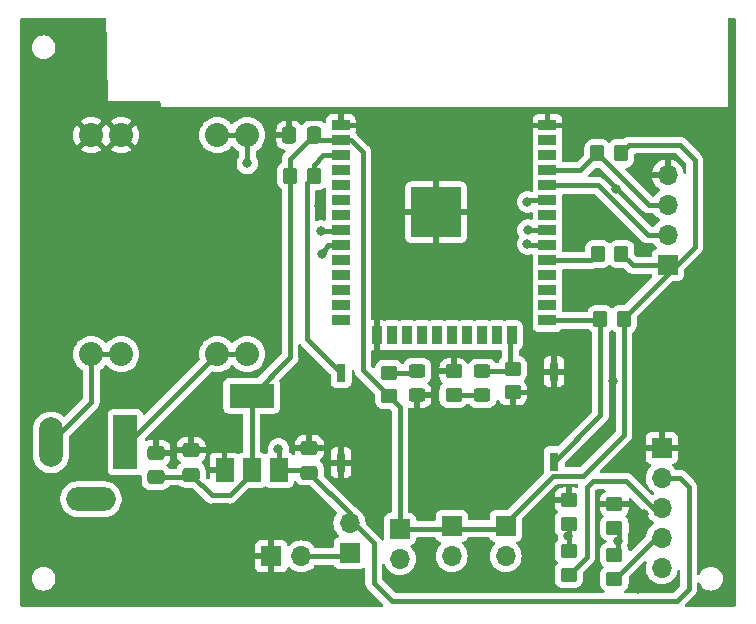
<source format=gbr>
%TF.GenerationSoftware,KiCad,Pcbnew,7.0.1*%
%TF.CreationDate,2023-04-20T22:59:21+02:00*%
%TF.ProjectId,Laserdinges,4c617365-7264-4696-9e67-65732e6b6963,rev?*%
%TF.SameCoordinates,Original*%
%TF.FileFunction,Copper,L1,Top*%
%TF.FilePolarity,Positive*%
%FSLAX46Y46*%
G04 Gerber Fmt 4.6, Leading zero omitted, Abs format (unit mm)*
G04 Created by KiCad (PCBNEW 7.0.1) date 2023-04-20 22:59:21*
%MOMM*%
%LPD*%
G01*
G04 APERTURE LIST*
G04 Aperture macros list*
%AMRoundRect*
0 Rectangle with rounded corners*
0 $1 Rounding radius*
0 $2 $3 $4 $5 $6 $7 $8 $9 X,Y pos of 4 corners*
0 Add a 4 corners polygon primitive as box body*
4,1,4,$2,$3,$4,$5,$6,$7,$8,$9,$2,$3,0*
0 Add four circle primitives for the rounded corners*
1,1,$1+$1,$2,$3*
1,1,$1+$1,$4,$5*
1,1,$1+$1,$6,$7*
1,1,$1+$1,$8,$9*
0 Add four rect primitives between the rounded corners*
20,1,$1+$1,$2,$3,$4,$5,0*
20,1,$1+$1,$4,$5,$6,$7,0*
20,1,$1+$1,$6,$7,$8,$9,0*
20,1,$1+$1,$8,$9,$2,$3,0*%
G04 Aperture macros list end*
%TA.AperFunction,ComponentPad*%
%ADD10C,2.032000*%
%TD*%
%TA.AperFunction,SMDPad,CuDef*%
%ADD11RoundRect,0.250000X-0.450000X0.350000X-0.450000X-0.350000X0.450000X-0.350000X0.450000X0.350000X0*%
%TD*%
%TA.AperFunction,SMDPad,CuDef*%
%ADD12RoundRect,0.250000X0.350000X0.450000X-0.350000X0.450000X-0.350000X-0.450000X0.350000X-0.450000X0*%
%TD*%
%TA.AperFunction,SMDPad,CuDef*%
%ADD13R,0.760000X1.600000*%
%TD*%
%TA.AperFunction,SMDPad,CuDef*%
%ADD14RoundRect,0.250000X0.475000X-0.337500X0.475000X0.337500X-0.475000X0.337500X-0.475000X-0.337500X0*%
%TD*%
%TA.AperFunction,SMDPad,CuDef*%
%ADD15RoundRect,0.250000X0.450000X-0.350000X0.450000X0.350000X-0.450000X0.350000X-0.450000X-0.350000X0*%
%TD*%
%TA.AperFunction,SMDPad,CuDef*%
%ADD16R,1.500000X2.000000*%
%TD*%
%TA.AperFunction,SMDPad,CuDef*%
%ADD17R,3.800000X2.000000*%
%TD*%
%TA.AperFunction,ComponentPad*%
%ADD18R,1.700000X1.700000*%
%TD*%
%TA.AperFunction,ComponentPad*%
%ADD19O,1.700000X1.700000*%
%TD*%
%TA.AperFunction,SMDPad,CuDef*%
%ADD20RoundRect,0.250000X0.337500X0.475000X-0.337500X0.475000X-0.337500X-0.475000X0.337500X-0.475000X0*%
%TD*%
%TA.AperFunction,ComponentPad*%
%ADD21R,2.000000X4.600000*%
%TD*%
%TA.AperFunction,ComponentPad*%
%ADD22O,2.000000X4.200000*%
%TD*%
%TA.AperFunction,ComponentPad*%
%ADD23O,4.200000X2.000000*%
%TD*%
%TA.AperFunction,SMDPad,CuDef*%
%ADD24RoundRect,0.250000X0.450000X-0.325000X0.450000X0.325000X-0.450000X0.325000X-0.450000X-0.325000X0*%
%TD*%
%TA.AperFunction,SMDPad,CuDef*%
%ADD25RoundRect,0.250000X-0.475000X0.337500X-0.475000X-0.337500X0.475000X-0.337500X0.475000X0.337500X0*%
%TD*%
%TA.AperFunction,SMDPad,CuDef*%
%ADD26R,1.500000X0.900000*%
%TD*%
%TA.AperFunction,SMDPad,CuDef*%
%ADD27R,0.900000X1.500000*%
%TD*%
%TA.AperFunction,SMDPad,CuDef*%
%ADD28R,1.050000X1.050000*%
%TD*%
%TA.AperFunction,HeatsinkPad*%
%ADD29C,0.600000*%
%TD*%
%TA.AperFunction,SMDPad,CuDef*%
%ADD30R,4.200000X4.200000*%
%TD*%
%TA.AperFunction,SMDPad,CuDef*%
%ADD31RoundRect,0.250000X-0.350000X-0.450000X0.350000X-0.450000X0.350000X0.450000X-0.350000X0.450000X0*%
%TD*%
%TA.AperFunction,ViaPad*%
%ADD32C,0.800000*%
%TD*%
%TA.AperFunction,Conductor*%
%ADD33C,0.406400*%
%TD*%
G04 APERTURE END LIST*
D10*
%TO.P,U4,1,IN-*%
%TO.N,Net-(J2-Pad2)*%
X84032800Y-83992400D03*
%TO.P,U4,2,IN-*%
X86572800Y-83992400D03*
%TO.P,U4,3,IN+*%
%TO.N,Net-(J2-Pad1)*%
X94700800Y-83992400D03*
%TO.P,U4,4,IN+*%
X97240800Y-83992400D03*
%TO.P,U4,5,OUT+*%
%TO.N,VDD*%
X97240800Y-65450400D03*
%TO.P,U4,6,OUT+*%
X94700800Y-65450400D03*
%TO.P,U4,7,OUT-*%
%TO.N,GND*%
X86572800Y-65450400D03*
%TO.P,U4,8,OUT-*%
X84032800Y-65450400D03*
%TD*%
D11*
%TO.P,R9,1*%
%TO.N,A4*%
X128330400Y-101010400D03*
%TO.P,R9,2*%
%TO.N,Net-(U3-VRY)*%
X128330400Y-103010400D03*
%TD*%
%TO.P,R10,1*%
%TO.N,GND*%
X124469600Y-96378200D03*
%TO.P,R10,2*%
%TO.N,A5*%
X124469600Y-98378200D03*
%TD*%
D12*
%TO.P,R6,1*%
%TO.N,+3.3V*%
X128924000Y-75508800D03*
%TO.P,R6,2*%
%TO.N,GPIO5*%
X126924000Y-75508800D03*
%TD*%
D13*
%TO.P,SW1,1,1*%
%TO.N,/EN*%
X105191000Y-85567200D03*
%TO.P,SW1,2,2*%
%TO.N,GND*%
X105191000Y-93187200D03*
%TD*%
D14*
%TO.P,C2,1*%
%TO.N,VDD*%
X102498600Y-94017600D03*
%TO.P,C2,2*%
%TO.N,GND*%
X102498600Y-91942600D03*
%TD*%
D15*
%TO.P,R4,1*%
%TO.N,+3.3V*%
X109255000Y-87557800D03*
%TO.P,R4,2*%
%TO.N,Net-(D2-A)*%
X109255000Y-85557800D03*
%TD*%
D16*
%TO.P,U2,1,GND*%
%TO.N,GND*%
X95321800Y-93823000D03*
%TO.P,U2,2,VO*%
%TO.N,+3.3V*%
X97621800Y-93823000D03*
D17*
X97621800Y-87523000D03*
D16*
%TO.P,U2,3,VI*%
%TO.N,VDD*%
X99921800Y-93823000D03*
%TD*%
D18*
%TO.P,SW5,1*%
%TO.N,+3.3V*%
X114554000Y-98552000D03*
D19*
%TO.P,SW5,2*%
%TO.N,GPIO18*%
X114554000Y-101092000D03*
%TD*%
D18*
%TO.P,U3,1,GND*%
%TO.N,GND*%
X132334000Y-91948000D03*
D19*
%TO.P,U3,2,+5V*%
%TO.N,VDD*%
X132334000Y-94488000D03*
%TO.P,U3,3,VRX*%
%TO.N,Net-(U3-VRX)*%
X132334000Y-97028000D03*
%TO.P,U3,4,VRY*%
%TO.N,Net-(U3-VRY)*%
X132334000Y-99568000D03*
%TO.P,U3,5,SW*%
%TO.N,unconnected-(U3-SW-Pad5)*%
X132334000Y-102108000D03*
%TD*%
D20*
%TO.P,C1,1*%
%TO.N,+3.3V*%
X102879600Y-65450400D03*
%TO.P,C1,2*%
%TO.N,GND*%
X100804600Y-65450400D03*
%TD*%
D11*
%TO.P,R11,1*%
%TO.N,A5*%
X124469600Y-100696200D03*
%TO.P,R11,2*%
%TO.N,Net-(U3-VRX)*%
X124469600Y-102696200D03*
%TD*%
D18*
%TO.P,SW3,1,A*%
%TO.N,Net-(SW3-A)*%
X105902200Y-100838000D03*
D19*
%TO.P,SW3,2,B*%
%TO.N,VDD*%
X105902200Y-98298000D03*
%TD*%
D11*
%TO.P,R8,1*%
%TO.N,GND*%
X128330400Y-96692400D03*
%TO.P,R8,2*%
%TO.N,A4*%
X128330400Y-98692400D03*
%TD*%
D13*
%TO.P,SW2,1,1*%
%TO.N,GPIO0*%
X123225000Y-93085600D03*
%TO.P,SW2,2,2*%
%TO.N,GND*%
X123225000Y-85465600D03*
%TD*%
D18*
%TO.P,SW4,1*%
%TO.N,+3.3V*%
X110169400Y-98791200D03*
D19*
%TO.P,SW4,2*%
%TO.N,GPIO19*%
X110169400Y-101331200D03*
%TD*%
D21*
%TO.P,J2,1*%
%TO.N,Net-(J2-Pad1)*%
X86928400Y-91460000D03*
D22*
%TO.P,J2,2*%
%TO.N,Net-(J2-Pad2)*%
X80628400Y-91460000D03*
D23*
%TO.P,J2,3*%
%TO.N,N/C*%
X84028400Y-96260000D03*
%TD*%
D15*
%TO.P,R7,1*%
%TO.N,Net-(D1-K)*%
X114716000Y-87456200D03*
%TO.P,R7,2*%
%TO.N,GND*%
X114716000Y-85456200D03*
%TD*%
D14*
%TO.P,C4,1*%
%TO.N,+3.3V*%
X89519200Y-94402500D03*
%TO.P,C4,2*%
%TO.N,GND*%
X89519200Y-92327500D03*
%TD*%
D18*
%TO.P,SW6,1*%
%TO.N,+3.3V*%
X119126000Y-98552000D03*
D19*
%TO.P,SW6,2*%
%TO.N,GPIO21*%
X119126000Y-101092000D03*
%TD*%
D18*
%TO.P,U5,1,-*%
%TO.N,GND*%
X99279400Y-101112000D03*
D19*
%TO.P,U5,2,S*%
%TO.N,Net-(SW3-A)*%
X101819400Y-101112000D03*
%TD*%
D18*
%TO.P,J1,1,Pin_1*%
%TO.N,+3.3V*%
X132842000Y-76454000D03*
D19*
%TO.P,J1,2,Pin_2*%
%TO.N,RX0*%
X132842000Y-73914000D03*
%TO.P,J1,3,Pin_3*%
%TO.N,TX0*%
X132842000Y-71374000D03*
%TO.P,J1,4,Pin_4*%
%TO.N,GND*%
X132842000Y-68834000D03*
%TD*%
D15*
%TO.P,R3,1*%
%TO.N,GND*%
X119719800Y-87237000D03*
%TO.P,R3,2*%
%TO.N,GPIO2*%
X119719800Y-85237000D03*
%TD*%
D24*
%TO.P,D2,1,K*%
%TO.N,GND*%
X111642600Y-87455800D03*
%TO.P,D2,2,A*%
%TO.N,Net-(D2-A)*%
X111642600Y-85405800D03*
%TD*%
D12*
%TO.P,R2,1*%
%TO.N,+3.3V*%
X129152600Y-81020600D03*
%TO.P,R2,2*%
%TO.N,GPIO0*%
X127152600Y-81020600D03*
%TD*%
D24*
%TO.P,D1,1,K*%
%TO.N,Net-(D1-K)*%
X117154400Y-87490200D03*
%TO.P,D1,2,A*%
%TO.N,GPIO2*%
X117154400Y-85440200D03*
%TD*%
D25*
%TO.P,C3,1*%
%TO.N,GND*%
X92491000Y-92120400D03*
%TO.P,C3,2*%
%TO.N,+3.3V*%
X92491000Y-94195400D03*
%TD*%
D26*
%TO.P,U1,1,GND*%
%TO.N,GND*%
X105164000Y-64632600D03*
%TO.P,U1,2,VDD*%
%TO.N,+3.3V*%
X105164000Y-65902600D03*
%TO.P,U1,3,EN*%
%TO.N,/EN*%
X105164000Y-67172600D03*
%TO.P,U1,4,SENSOR_VP*%
%TO.N,VP*%
X105164000Y-68442600D03*
%TO.P,U1,5,SENSOR_VN*%
%TO.N,VN*%
X105164000Y-69712600D03*
%TO.P,U1,6,IO34*%
%TO.N,A6*%
X105164000Y-70982600D03*
%TO.P,U1,7,IO35*%
%TO.N,A7*%
X105164000Y-72252600D03*
%TO.P,U1,8,IO32*%
%TO.N,A4*%
X105164000Y-73522600D03*
%TO.P,U1,9,IO33*%
%TO.N,A5*%
X105164000Y-74792600D03*
%TO.P,U1,10,IO25*%
%TO.N,A8*%
X105164000Y-76062600D03*
%TO.P,U1,11,IO26*%
%TO.N,A9*%
X105164000Y-77332600D03*
%TO.P,U1,12,IO27*%
%TO.N,GPIO27*%
X105164000Y-78602600D03*
%TO.P,U1,13,IO14*%
%TO.N,GPIO14*%
X105164000Y-79872600D03*
%TO.P,U1,14,IO12*%
%TO.N,GPIO12*%
X105164000Y-81142600D03*
D27*
%TO.P,U1,15,GND*%
%TO.N,GND*%
X108204000Y-82392600D03*
%TO.P,U1,16,IO13*%
%TO.N,GPIO13*%
X109474000Y-82392600D03*
%TO.P,U1,17,SHD/SD2*%
%TO.N,unconnected-(U1-SHD{slash}SD2-Pad17)*%
X110744000Y-82392600D03*
%TO.P,U1,18,SWP/SD3*%
%TO.N,unconnected-(U1-SWP{slash}SD3-Pad18)*%
X112014000Y-82392600D03*
%TO.P,U1,19,SCS/CMD*%
%TO.N,unconnected-(U1-SCS{slash}CMD-Pad19)*%
X113284000Y-82392600D03*
%TO.P,U1,20,SCK/CLK*%
%TO.N,unconnected-(U1-SCK{slash}CLK-Pad20)*%
X114554000Y-82392600D03*
%TO.P,U1,21,SDO/SD0*%
%TO.N,unconnected-(U1-SDO{slash}SD0-Pad21)*%
X115824000Y-82392600D03*
%TO.P,U1,22,SDI/SD1*%
%TO.N,unconnected-(U1-SDI{slash}SD1-Pad22)*%
X117094000Y-82392600D03*
%TO.P,U1,23,IO15*%
%TO.N,GPIO15*%
X118364000Y-82392600D03*
%TO.P,U1,24,IO2*%
%TO.N,GPIO2*%
X119634000Y-82392600D03*
D26*
%TO.P,U1,25,IO0*%
%TO.N,GPIO0*%
X122664000Y-81142600D03*
%TO.P,U1,26,IO4*%
%TO.N,GPIO4*%
X122664000Y-79872600D03*
%TO.P,U1,27,IO16*%
%TO.N,RX2*%
X122664000Y-78602600D03*
%TO.P,U1,28,IO17*%
%TO.N,TX2*%
X122664000Y-77332600D03*
%TO.P,U1,29,IO5*%
%TO.N,GPIO5*%
X122664000Y-76062600D03*
%TO.P,U1,30,IO18*%
%TO.N,GPIO18*%
X122664000Y-74792600D03*
%TO.P,U1,31,IO19*%
%TO.N,GPIO19*%
X122664000Y-73522600D03*
%TO.P,U1,32,NC*%
%TO.N,unconnected-(U1-NC-Pad32)*%
X122664000Y-72252600D03*
%TO.P,U1,33,IO21*%
%TO.N,GPIO21*%
X122664000Y-70982600D03*
%TO.P,U1,34,RXD0/IO3*%
%TO.N,RX0*%
X122664000Y-69712600D03*
%TO.P,U1,35,TXD0/IO1*%
%TO.N,TX0*%
X122664000Y-68442600D03*
%TO.P,U1,36,IO22*%
%TO.N,GPIO22*%
X122664000Y-67172600D03*
%TO.P,U1,37,IO23*%
%TO.N,GPIO23*%
X122664000Y-65902600D03*
%TO.P,U1,38,GND*%
%TO.N,GND*%
X122664000Y-64632600D03*
D28*
%TO.P,U1,39,GND*%
X111709000Y-70447600D03*
D29*
X111709000Y-71210100D03*
D28*
X111709000Y-71972600D03*
D29*
X111709000Y-72735100D03*
D28*
X111709000Y-73497600D03*
D29*
X112471500Y-70447600D03*
X112471500Y-71972600D03*
X112471500Y-73497600D03*
D28*
X113234000Y-70447600D03*
D29*
X113234000Y-71210100D03*
D28*
X113234000Y-71972600D03*
D30*
X113234000Y-71972600D03*
D29*
X113234000Y-72735100D03*
D28*
X113234000Y-73497600D03*
D29*
X113996500Y-70447600D03*
X113996500Y-71972600D03*
X113996500Y-73497600D03*
D28*
X114759000Y-70447600D03*
D29*
X114759000Y-71210100D03*
D28*
X114759000Y-71972600D03*
D29*
X114759000Y-72735100D03*
D28*
X114759000Y-73497600D03*
%TD*%
D31*
%TO.P,R1,1*%
%TO.N,+3.3V*%
X100879600Y-68879400D03*
%TO.P,R1,2*%
%TO.N,/EN*%
X102879600Y-68879400D03*
%TD*%
D12*
%TO.P,R5,1*%
%TO.N,+3.3V*%
X128898600Y-66999800D03*
%TO.P,R5,2*%
%TO.N,TX0*%
X126898600Y-66999800D03*
%TD*%
D32*
%TO.N,GND*%
X130302000Y-103886000D03*
X112522000Y-101854000D03*
X116840000Y-101600000D03*
X120650000Y-95250000D03*
X119135600Y-92095000D03*
X115528800Y-92831600D03*
X135772600Y-84119400D03*
X82804000Y-92964000D03*
X103286000Y-71444800D03*
X121675600Y-99969000D03*
X107324600Y-91942600D03*
X90230400Y-103372600D03*
X128457400Y-70022400D03*
X80264000Y-79756000D03*
X128178000Y-86303800D03*
X81289600Y-68498400D03*
X130810000Y-97536000D03*
X137922000Y-65278000D03*
X111252000Y-66548000D03*
X102092200Y-86126000D03*
X124901400Y-84906800D03*
X126247600Y-78150400D03*
X116494000Y-76956600D03*
X92710000Y-88900000D03*
X126425400Y-71978200D03*
X113090400Y-71978200D03*
X90967000Y-75178600D03*
%TO.N,VDD*%
X99882400Y-92018800D03*
X97240800Y-67838000D03*
%TO.N,A5*%
X103590800Y-75508800D03*
X124418800Y-99410200D03*
%TO.N,A4*%
X128609800Y-99816600D03*
X103489200Y-73553000D03*
%TO.N,GPIO18*%
X120964400Y-74670600D03*
%TO.N,GPIO19*%
X120989800Y-73476800D03*
%TO.N,GPIO21*%
X120964400Y-71114600D03*
%TD*%
D33*
%TO.N,+3.3V*%
X114314800Y-98791200D02*
X114554000Y-98552000D01*
X118902800Y-98775200D02*
X119126000Y-98552000D01*
X114554000Y-98552000D02*
X114777200Y-98775200D01*
X114777200Y-98775200D02*
X118902800Y-98775200D01*
X110169400Y-98791200D02*
X114314800Y-98791200D01*
X119126000Y-98298000D02*
X123135200Y-94288800D01*
X123135200Y-94288800D02*
X125675200Y-94288800D01*
X125675200Y-94288800D02*
X129152600Y-90811400D01*
X119126000Y-98552000D02*
X119126000Y-98298000D01*
X129152600Y-90811400D02*
X129152600Y-81020600D01*
X129604400Y-66294000D02*
X128898600Y-66999800D01*
X133858000Y-66294000D02*
X129604400Y-66294000D01*
X135128000Y-74921000D02*
X135128000Y-67564000D01*
X133595000Y-76454000D02*
X135128000Y-74921000D01*
X132842000Y-76454000D02*
X133595000Y-76454000D01*
X135128000Y-67564000D02*
X133858000Y-66294000D01*
%TO.N,TX0*%
X131272800Y-71374000D02*
X126898600Y-66999800D01*
X132842000Y-71374000D02*
X131272800Y-71374000D01*
%TO.N,RX0*%
X126953800Y-69712600D02*
X122558400Y-69712600D01*
X131155200Y-73914000D02*
X126953800Y-69712600D01*
X132842000Y-73914000D02*
X131155200Y-73914000D01*
%TO.N,+3.3V*%
X132842000Y-77207000D02*
X132842000Y-76454000D01*
X129152600Y-80896400D02*
X132842000Y-77207000D01*
X129152600Y-81020600D02*
X129152600Y-80896400D01*
X132835200Y-76460800D02*
X132842000Y-76454000D01*
X128924000Y-75508800D02*
X129876000Y-76460800D01*
X129876000Y-76460800D02*
X132835200Y-76460800D01*
%TO.N,VDD*%
X109474000Y-104902000D02*
X107950000Y-103378000D01*
X133604000Y-104902000D02*
X109474000Y-104902000D01*
X134620000Y-103886000D02*
X133604000Y-104902000D01*
X107950000Y-100019600D02*
X105902200Y-97971800D01*
X134620000Y-95250000D02*
X134620000Y-103886000D01*
X132334000Y-94488000D02*
X133858000Y-94488000D01*
X133858000Y-94488000D02*
X134620000Y-95250000D01*
X107950000Y-103378000D02*
X107950000Y-100019600D01*
%TO.N,Net-(U3-VRY)*%
X131826000Y-99568000D02*
X132334000Y-99568000D01*
X128383600Y-103010400D02*
X131826000Y-99568000D01*
X128330400Y-103010400D02*
X128383600Y-103010400D01*
%TO.N,Net-(U3-VRX)*%
X125984000Y-101181800D02*
X124469600Y-102696200D01*
X125984000Y-95250000D02*
X125984000Y-101181800D01*
X126492000Y-94742000D02*
X125984000Y-95250000D01*
X129286000Y-94742000D02*
X126492000Y-94742000D01*
X131572000Y-97028000D02*
X129286000Y-94742000D01*
X132334000Y-97028000D02*
X131572000Y-97028000D01*
%TO.N,+3.3V*%
X89519200Y-94402500D02*
X92283900Y-94402500D01*
X102879600Y-65450400D02*
X100879600Y-67450400D01*
X107012600Y-66856800D02*
X107012600Y-85315400D01*
X95745400Y-95930400D02*
X97621800Y-94054000D01*
X100879600Y-84265200D02*
X97621800Y-87523000D01*
X103331800Y-65902600D02*
X105058400Y-65902600D01*
X102879600Y-65450400D02*
X103331800Y-65902600D01*
X110169400Y-88472200D02*
X110169400Y-98791200D01*
X105058400Y-65902600D02*
X106058400Y-65902600D01*
X106058400Y-65902600D02*
X107012600Y-66856800D01*
X100879600Y-68879400D02*
X100879600Y-84265200D01*
X97621800Y-90977400D02*
X97621800Y-87523000D01*
X100879600Y-67450400D02*
X100879600Y-68879400D01*
X97621800Y-94054000D02*
X97621800Y-93823000D01*
X94226000Y-95930400D02*
X95745400Y-95930400D01*
X92283900Y-94402500D02*
X92491000Y-94195400D01*
X97621800Y-93823000D02*
X97621800Y-90977400D01*
X92491000Y-94195400D02*
X94226000Y-95930400D01*
X109255000Y-87557800D02*
X110169400Y-88472200D01*
X107012600Y-85315400D02*
X109255000Y-87557800D01*
%TO.N,GND*%
X114653400Y-72735100D02*
X113890900Y-73497600D01*
X113890900Y-70447600D02*
X114653400Y-71210100D01*
X112365900Y-73497600D02*
X113890900Y-73497600D01*
X114653400Y-70447600D02*
X114653400Y-71210100D01*
X114653400Y-73497600D02*
X114653400Y-72735100D01*
X111603400Y-73497600D02*
X113128400Y-71972600D01*
X111603400Y-71210100D02*
X112365900Y-70447600D01*
X111603400Y-70447600D02*
X111603400Y-71210100D01*
%TO.N,VDD*%
X99921800Y-93823000D02*
X102304000Y-93823000D01*
X102304000Y-93823000D02*
X102498600Y-94017600D01*
X99921800Y-92058200D02*
X99921800Y-93823000D01*
X97240800Y-65450400D02*
X97240800Y-67838000D01*
X105902200Y-97421200D02*
X105902200Y-98511800D01*
X94700800Y-65450400D02*
X97240800Y-65450400D01*
X99882400Y-92018800D02*
X99921800Y-92058200D01*
X102498600Y-94017600D02*
X105902200Y-97421200D01*
%TO.N,Net-(D1-K)*%
X114716000Y-87456200D02*
X117120400Y-87456200D01*
X117120400Y-87456200D02*
X117154400Y-87490200D01*
%TO.N,GPIO2*%
X119528400Y-85045600D02*
X119528400Y-82392600D01*
X119719800Y-85237000D02*
X119528400Y-85045600D01*
X117154400Y-85440200D02*
X119516600Y-85440200D01*
X119516600Y-85440200D02*
X119719800Y-85237000D01*
%TO.N,Net-(D2-A)*%
X111490600Y-85557800D02*
X111642600Y-85405800D01*
X109255000Y-85557800D02*
X111490600Y-85557800D01*
%TO.N,TX0*%
X125455800Y-68442600D02*
X126898600Y-66999800D01*
X122558400Y-68442600D02*
X125455800Y-68442600D01*
%TO.N,Net-(J2-Pad1)*%
X87233200Y-91460000D02*
X94700800Y-83992400D01*
X86928400Y-91460000D02*
X87233200Y-91460000D01*
X97240800Y-83992400D02*
X94700800Y-83992400D01*
%TO.N,Net-(J2-Pad2)*%
X84032800Y-83992400D02*
X86572800Y-83992400D01*
X84032800Y-88055600D02*
X80628400Y-91460000D01*
X84032800Y-83992400D02*
X84032800Y-88055600D01*
%TO.N,A5*%
X124469600Y-99461000D02*
X124418800Y-99410200D01*
X104053000Y-74792600D02*
X103590800Y-75508800D01*
X105058400Y-74792600D02*
X104053000Y-74792600D01*
X124469600Y-100696200D02*
X124469600Y-99461000D01*
X124469600Y-99359400D02*
X124469600Y-98378200D01*
X124418800Y-99410200D02*
X124469600Y-99359400D01*
%TO.N,A4*%
X128686000Y-99048000D02*
X128330400Y-98692400D01*
X128609800Y-100731000D02*
X128609800Y-99816600D01*
X128609800Y-99816600D02*
X128686000Y-99740400D01*
X128330400Y-101010400D02*
X128609800Y-100731000D01*
X128686000Y-99740400D02*
X128686000Y-99048000D01*
X103489200Y-73553000D02*
X104470942Y-73553000D01*
X104501342Y-73522600D02*
X105058400Y-73522600D01*
X104470942Y-73553000D02*
X104501342Y-73522600D01*
%TO.N,/EN*%
X105191000Y-85567200D02*
X102295400Y-82671600D01*
X102879600Y-67939600D02*
X103646600Y-67172600D01*
X102295400Y-69463600D02*
X102879600Y-68879400D01*
X103646600Y-67172600D02*
X105058400Y-67172600D01*
X102295400Y-82671600D02*
X102295400Y-69463600D01*
X102879600Y-68879400D02*
X102879600Y-67939600D01*
%TO.N,GPIO0*%
X123225000Y-93085600D02*
X127152600Y-89158000D01*
X127152600Y-89158000D02*
X127152600Y-81020600D01*
X127030600Y-81142600D02*
X127152600Y-81020600D01*
X122558400Y-81142600D02*
X127030600Y-81142600D01*
%TO.N,GPIO5*%
X126370200Y-76062600D02*
X126924000Y-75508800D01*
X122558400Y-76062600D02*
X126370200Y-76062600D01*
%TO.N,GPIO18*%
X121086400Y-74792600D02*
X122558400Y-74792600D01*
X120964400Y-74670600D02*
X121086400Y-74792600D01*
%TO.N,GPIO19*%
X121035600Y-73522600D02*
X120989800Y-73476800D01*
X122558400Y-73522600D02*
X121035600Y-73522600D01*
%TO.N,GPIO21*%
X120964400Y-71114600D02*
X121096400Y-70982600D01*
X121096400Y-70982600D02*
X122558400Y-70982600D01*
%TO.N,Net-(SW3-A)*%
X105302000Y-101112000D02*
X105902200Y-100511800D01*
X101279400Y-101112000D02*
X105302000Y-101112000D01*
%TD*%
%TA.AperFunction,Conductor*%
%TO.N,GND*%
G36*
X85253304Y-55510376D02*
G01*
X85298594Y-55554931D01*
X85315874Y-55616068D01*
X85350036Y-57700637D01*
X85370164Y-58928814D01*
X85430000Y-62580000D01*
X89790000Y-62580000D01*
X89852000Y-62596613D01*
X89897387Y-62642000D01*
X89914000Y-62704000D01*
X89914000Y-63082600D01*
X137914000Y-63082600D01*
X137914000Y-55618100D01*
X137930613Y-55556100D01*
X137976000Y-55510713D01*
X138038000Y-55494100D01*
X138467500Y-55494100D01*
X138529500Y-55510713D01*
X138574887Y-55556100D01*
X138591500Y-55618100D01*
X138591500Y-105254700D01*
X138574887Y-105316700D01*
X138529500Y-105362087D01*
X138467500Y-105378700D01*
X134421844Y-105378700D01*
X134365549Y-105365185D01*
X134321526Y-105327585D01*
X134299371Y-105274098D01*
X134303913Y-105216382D01*
X134334163Y-105167019D01*
X134469871Y-105031310D01*
X135099922Y-104401258D01*
X135105340Y-104396157D01*
X135150595Y-104356066D01*
X135184937Y-104306310D01*
X135189331Y-104300338D01*
X135226636Y-104252725D01*
X135230837Y-104243389D01*
X135241864Y-104223839D01*
X135247671Y-104215427D01*
X135269104Y-104158910D01*
X135271966Y-104152002D01*
X135296771Y-104096890D01*
X135298613Y-104086836D01*
X135304640Y-104065213D01*
X135308270Y-104055643D01*
X135315557Y-103995622D01*
X135316682Y-103988233D01*
X135327574Y-103928802D01*
X135323926Y-103868486D01*
X135323700Y-103861000D01*
X135323700Y-103404814D01*
X135343265Y-103337961D01*
X135395786Y-103292204D01*
X135464689Y-103281983D01*
X135528231Y-103310523D01*
X135566360Y-103368818D01*
X135571185Y-103384726D01*
X135584913Y-103410409D01*
X135664090Y-103558538D01*
X135789117Y-103710883D01*
X135941462Y-103835910D01*
X136115273Y-103928814D01*
X136303868Y-103986024D01*
X136500000Y-104005341D01*
X136696132Y-103986024D01*
X136884727Y-103928814D01*
X137058538Y-103835910D01*
X137210883Y-103710883D01*
X137335910Y-103558538D01*
X137428814Y-103384727D01*
X137486024Y-103196132D01*
X137505341Y-103000000D01*
X137486024Y-102803868D01*
X137428814Y-102615273D01*
X137335910Y-102441462D01*
X137210883Y-102289117D01*
X137058538Y-102164090D01*
X136998120Y-102131796D01*
X136884726Y-102071185D01*
X136696133Y-102013976D01*
X136500000Y-101994659D01*
X136303866Y-102013976D01*
X136115273Y-102071185D01*
X135941463Y-102164089D01*
X135789117Y-102289117D01*
X135664089Y-102441463D01*
X135571185Y-102615273D01*
X135566360Y-102631182D01*
X135528231Y-102689477D01*
X135464689Y-102718017D01*
X135395786Y-102707796D01*
X135343265Y-102662039D01*
X135323700Y-102595186D01*
X135323700Y-95275000D01*
X135323926Y-95267514D01*
X135323969Y-95266796D01*
X135327574Y-95207200D01*
X135316677Y-95147739D01*
X135315554Y-95140355D01*
X135313764Y-95125612D01*
X135308270Y-95080357D01*
X135304639Y-95070785D01*
X135298614Y-95049172D01*
X135296771Y-95039110D01*
X135271965Y-94983996D01*
X135269099Y-94977075D01*
X135268907Y-94976569D01*
X135247671Y-94920573D01*
X135241858Y-94912151D01*
X135230838Y-94892613D01*
X135226636Y-94883276D01*
X135189348Y-94835682D01*
X135184934Y-94829684D01*
X135150595Y-94779934D01*
X135146899Y-94776660D01*
X135105359Y-94739858D01*
X135099906Y-94734724D01*
X134373266Y-94008084D01*
X134368132Y-94002630D01*
X134328067Y-93957406D01*
X134301153Y-93938829D01*
X134278343Y-93923084D01*
X134272313Y-93918647D01*
X134224726Y-93881364D01*
X134215395Y-93877165D01*
X134195844Y-93866139D01*
X134187426Y-93860328D01*
X134130908Y-93838893D01*
X134123991Y-93836028D01*
X134068891Y-93811230D01*
X134058833Y-93809387D01*
X134037214Y-93803360D01*
X134027643Y-93799730D01*
X133967624Y-93792441D01*
X133960222Y-93791315D01*
X133900800Y-93780425D01*
X133840486Y-93784074D01*
X133833000Y-93784300D01*
X133554470Y-93784300D01*
X133497213Y-93770289D01*
X133452895Y-93731423D01*
X133434466Y-93705103D01*
X133372495Y-93616599D01*
X133250181Y-93494285D01*
X133218885Y-93441539D01*
X133216696Y-93380246D01*
X133244149Y-93325401D01*
X133294528Y-93290422D01*
X133426089Y-93241352D01*
X133541188Y-93155188D01*
X133627352Y-93040089D01*
X133677597Y-92905375D01*
X133684000Y-92845824D01*
X133684000Y-92198000D01*
X130984000Y-92198000D01*
X130984000Y-92845824D01*
X130990402Y-92905375D01*
X131040647Y-93040089D01*
X131126811Y-93155188D01*
X131241911Y-93241352D01*
X131373471Y-93290422D01*
X131423850Y-93325401D01*
X131451303Y-93380246D01*
X131449114Y-93441539D01*
X131417819Y-93494285D01*
X131295503Y-93616601D01*
X131159965Y-93810170D01*
X131060097Y-94024336D01*
X130998936Y-94252592D01*
X130978340Y-94487999D01*
X130998936Y-94723407D01*
X131038450Y-94870873D01*
X131060097Y-94951663D01*
X131159965Y-95165830D01*
X131295505Y-95359401D01*
X131462599Y-95526495D01*
X131648160Y-95656426D01*
X131687024Y-95700743D01*
X131701035Y-95758000D01*
X131687024Y-95815257D01*
X131648158Y-95859575D01*
X131586700Y-95902608D01*
X131533548Y-95923724D01*
X131476573Y-95918739D01*
X131427896Y-95888714D01*
X129801266Y-94262084D01*
X129796132Y-94256630D01*
X129756067Y-94211406D01*
X129745040Y-94203795D01*
X129706343Y-94177084D01*
X129700313Y-94172647D01*
X129652726Y-94135364D01*
X129643395Y-94131165D01*
X129623844Y-94120139D01*
X129615426Y-94114328D01*
X129558908Y-94092893D01*
X129551991Y-94090028D01*
X129496891Y-94065230D01*
X129486833Y-94063387D01*
X129465214Y-94057360D01*
X129455643Y-94053730D01*
X129395624Y-94046441D01*
X129388222Y-94045315D01*
X129328800Y-94034425D01*
X129268486Y-94038074D01*
X129261000Y-94038300D01*
X127220244Y-94038300D01*
X127163949Y-94024785D01*
X127119926Y-93987185D01*
X127097771Y-93933698D01*
X127102313Y-93875982D01*
X127132563Y-93826619D01*
X127754991Y-93204191D01*
X129261180Y-91698000D01*
X130984000Y-91698000D01*
X132084000Y-91698000D01*
X132084000Y-90598000D01*
X132584000Y-90598000D01*
X132584000Y-91698000D01*
X133684000Y-91698000D01*
X133684000Y-91050176D01*
X133677597Y-90990624D01*
X133627352Y-90855910D01*
X133541188Y-90740811D01*
X133426089Y-90654647D01*
X133291375Y-90604402D01*
X133231824Y-90598000D01*
X132584000Y-90598000D01*
X132084000Y-90598000D01*
X131436176Y-90598000D01*
X131376624Y-90604402D01*
X131241910Y-90654647D01*
X131126811Y-90740811D01*
X131040647Y-90855910D01*
X130990402Y-90990624D01*
X130984000Y-91050176D01*
X130984000Y-91698000D01*
X129261180Y-91698000D01*
X129632522Y-91326658D01*
X129637960Y-91321540D01*
X129642034Y-91317931D01*
X129683195Y-91281466D01*
X129717547Y-91231696D01*
X129721942Y-91225724D01*
X129759236Y-91178125D01*
X129763435Y-91168792D01*
X129774457Y-91149249D01*
X129780271Y-91140827D01*
X129801710Y-91084293D01*
X129804556Y-91077422D01*
X129829370Y-91022291D01*
X129831214Y-91012225D01*
X129837236Y-90990623D01*
X129840870Y-90981043D01*
X129848157Y-90921016D01*
X129849279Y-90913642D01*
X129860174Y-90854201D01*
X129856525Y-90793886D01*
X129856300Y-90786401D01*
X129856300Y-82203424D01*
X129872023Y-82142992D01*
X129915204Y-82097885D01*
X129971254Y-82063313D01*
X129971256Y-82063312D01*
X130095312Y-81939256D01*
X130187414Y-81789934D01*
X130242599Y-81623397D01*
X130253100Y-81520609D01*
X130253099Y-80842442D01*
X130262538Y-80794990D01*
X130289415Y-80754765D01*
X133203362Y-77840818D01*
X133243591Y-77813938D01*
X133291044Y-77804499D01*
X133739870Y-77804499D01*
X133739872Y-77804499D01*
X133799483Y-77798091D01*
X133934331Y-77747796D01*
X134049546Y-77661546D01*
X134135796Y-77546331D01*
X134186091Y-77411483D01*
X134192500Y-77351873D01*
X134192499Y-76903042D01*
X134201938Y-76855590D01*
X134228815Y-76815365D01*
X135607922Y-75436258D01*
X135613360Y-75431140D01*
X135658595Y-75391066D01*
X135692947Y-75341296D01*
X135697342Y-75335324D01*
X135734636Y-75287725D01*
X135738835Y-75278392D01*
X135749857Y-75258849D01*
X135755671Y-75250427D01*
X135777110Y-75193893D01*
X135779956Y-75187022D01*
X135804770Y-75131891D01*
X135806614Y-75121825D01*
X135812636Y-75100223D01*
X135816270Y-75090643D01*
X135823557Y-75030616D01*
X135824679Y-75023242D01*
X135835574Y-74963801D01*
X135831925Y-74903486D01*
X135831700Y-74896001D01*
X135831700Y-67588999D01*
X135831926Y-67581513D01*
X135832448Y-67572875D01*
X135835574Y-67521199D01*
X135824679Y-67461755D01*
X135823554Y-67454356D01*
X135820531Y-67429458D01*
X135816270Y-67394357D01*
X135812638Y-67384781D01*
X135806614Y-67363175D01*
X135804770Y-67353109D01*
X135779965Y-67297995D01*
X135777107Y-67291098D01*
X135755671Y-67234573D01*
X135749863Y-67226158D01*
X135738836Y-67206607D01*
X135734636Y-67197275D01*
X135697352Y-67149686D01*
X135692923Y-67143667D01*
X135658595Y-67093934D01*
X135613359Y-67053858D01*
X135607906Y-67048724D01*
X134373266Y-65814084D01*
X134368132Y-65808630D01*
X134328067Y-65763406D01*
X134278347Y-65729087D01*
X134272313Y-65724647D01*
X134224726Y-65687364D01*
X134215395Y-65683165D01*
X134195844Y-65672139D01*
X134187426Y-65666328D01*
X134130908Y-65644893D01*
X134123991Y-65642028D01*
X134068891Y-65617230D01*
X134058833Y-65615387D01*
X134037214Y-65609360D01*
X134027643Y-65605730D01*
X133967624Y-65598441D01*
X133960222Y-65597315D01*
X133900800Y-65586425D01*
X133840486Y-65590074D01*
X133833000Y-65590300D01*
X129629400Y-65590300D01*
X129621914Y-65590074D01*
X129561599Y-65586425D01*
X129502171Y-65597316D01*
X129494768Y-65598443D01*
X129434753Y-65605730D01*
X129425179Y-65609361D01*
X129403571Y-65615384D01*
X129393512Y-65617227D01*
X129346469Y-65638400D01*
X129338408Y-65642028D01*
X129338401Y-65642031D01*
X129331483Y-65644896D01*
X129274971Y-65666329D01*
X129266551Y-65672141D01*
X129247015Y-65683159D01*
X129237676Y-65687362D01*
X129190087Y-65724645D01*
X129184058Y-65729082D01*
X129121945Y-65771957D01*
X129121266Y-65770974D01*
X129097610Y-65788378D01*
X129046725Y-65799300D01*
X128498591Y-65799300D01*
X128395803Y-65809800D01*
X128229265Y-65864986D01*
X128079942Y-65957088D01*
X127986281Y-66050750D01*
X127930694Y-66082844D01*
X127866506Y-66082844D01*
X127810919Y-66050750D01*
X127717257Y-65957088D01*
X127567934Y-65864986D01*
X127401397Y-65809800D01*
X127298609Y-65799300D01*
X126498591Y-65799300D01*
X126395803Y-65809800D01*
X126229265Y-65864986D01*
X126079942Y-65957088D01*
X125955888Y-66081142D01*
X125863786Y-66230465D01*
X125808600Y-66397002D01*
X125798100Y-66499791D01*
X125798100Y-67053755D01*
X125788661Y-67101208D01*
X125761781Y-67141436D01*
X125200637Y-67702581D01*
X125160409Y-67729461D01*
X125112956Y-67738900D01*
X124038500Y-67738900D01*
X123976500Y-67722287D01*
X123931113Y-67676900D01*
X123914500Y-67614900D01*
X123914499Y-66674730D01*
X123911401Y-66645910D01*
X123908091Y-66615117D01*
X123895340Y-66580931D01*
X123887523Y-66537599D01*
X123895342Y-66494265D01*
X123908090Y-66460085D01*
X123908089Y-66460085D01*
X123908091Y-66460083D01*
X123914500Y-66400473D01*
X123914499Y-65404728D01*
X123908091Y-65345117D01*
X123895075Y-65310219D01*
X123887256Y-65266884D01*
X123895075Y-65223549D01*
X123907597Y-65189976D01*
X123914000Y-65130424D01*
X123914000Y-64882600D01*
X121414000Y-64882600D01*
X121414000Y-65130424D01*
X121420402Y-65189977D01*
X121432925Y-65223552D01*
X121440743Y-65266885D01*
X121432925Y-65310217D01*
X121419909Y-65345113D01*
X121413500Y-65404730D01*
X121413500Y-66400469D01*
X121419909Y-66460085D01*
X121432658Y-66494266D01*
X121440476Y-66537597D01*
X121432659Y-66580928D01*
X121419909Y-66615113D01*
X121419909Y-66615116D01*
X121419909Y-66615117D01*
X121413865Y-66671337D01*
X121413500Y-66674730D01*
X121413500Y-67670469D01*
X121419909Y-67730085D01*
X121432658Y-67764266D01*
X121440476Y-67807597D01*
X121432659Y-67850928D01*
X121419909Y-67885113D01*
X121413500Y-67944730D01*
X121413500Y-68940469D01*
X121419909Y-69000085D01*
X121432658Y-69034267D01*
X121440476Y-69077599D01*
X121432659Y-69120930D01*
X121419909Y-69155115D01*
X121413500Y-69214731D01*
X121413500Y-70137888D01*
X121398473Y-70197056D01*
X121357034Y-70241884D01*
X121299227Y-70261506D01*
X121257346Y-70254308D01*
X121256952Y-70256165D01*
X121059048Y-70214100D01*
X121059046Y-70214100D01*
X120869754Y-70214100D01*
X120869752Y-70214100D01*
X120684597Y-70253455D01*
X120511669Y-70330448D01*
X120358529Y-70441710D01*
X120231866Y-70582383D01*
X120137220Y-70746315D01*
X120078726Y-70926342D01*
X120058940Y-71114600D01*
X120078726Y-71302857D01*
X120137220Y-71482884D01*
X120231866Y-71646816D01*
X120358529Y-71787489D01*
X120511669Y-71898751D01*
X120684597Y-71975744D01*
X120869752Y-72015100D01*
X120869754Y-72015100D01*
X121059046Y-72015100D01*
X121059048Y-72015100D01*
X121256951Y-71973035D01*
X121257345Y-71974890D01*
X121299232Y-71967695D01*
X121357037Y-71987318D01*
X121398474Y-72032145D01*
X121413500Y-72091312D01*
X121413500Y-72493115D01*
X121401421Y-72546498D01*
X121367536Y-72589481D01*
X121318447Y-72613689D01*
X121263719Y-72614405D01*
X121084448Y-72576300D01*
X121084446Y-72576300D01*
X120895154Y-72576300D01*
X120895152Y-72576300D01*
X120709997Y-72615655D01*
X120537069Y-72692648D01*
X120383929Y-72803910D01*
X120257266Y-72944583D01*
X120162620Y-73108515D01*
X120104126Y-73288542D01*
X120084340Y-73476799D01*
X120104126Y-73665057D01*
X120162620Y-73845084D01*
X120247807Y-73992631D01*
X120263741Y-74041668D01*
X120258352Y-74092947D01*
X120232572Y-74137601D01*
X120231866Y-74138384D01*
X120137220Y-74302315D01*
X120078726Y-74482342D01*
X120058940Y-74670599D01*
X120078726Y-74858857D01*
X120137220Y-75038884D01*
X120231866Y-75202816D01*
X120358529Y-75343489D01*
X120511669Y-75454751D01*
X120684597Y-75531744D01*
X120869752Y-75571100D01*
X120869754Y-75571100D01*
X121059046Y-75571100D01*
X121059048Y-75571100D01*
X121256951Y-75529035D01*
X121257345Y-75530891D01*
X121299221Y-75523693D01*
X121357031Y-75543313D01*
X121398472Y-75588141D01*
X121413500Y-75647311D01*
X121413500Y-76560469D01*
X121419909Y-76620085D01*
X121432658Y-76654266D01*
X121440476Y-76697597D01*
X121432659Y-76740928D01*
X121419909Y-76775113D01*
X121413500Y-76834730D01*
X121413500Y-77830469D01*
X121419909Y-77890085D01*
X121432658Y-77924267D01*
X121440476Y-77967599D01*
X121432659Y-78010930D01*
X121419909Y-78045115D01*
X121413500Y-78104730D01*
X121413500Y-79100469D01*
X121419909Y-79160085D01*
X121432658Y-79194267D01*
X121440476Y-79237599D01*
X121432659Y-79280930D01*
X121419909Y-79315115D01*
X121413500Y-79374730D01*
X121413500Y-80370469D01*
X121419909Y-80430085D01*
X121432658Y-80464266D01*
X121440476Y-80507597D01*
X121432659Y-80550928D01*
X121419909Y-80585113D01*
X121413500Y-80644730D01*
X121413500Y-81640469D01*
X121419909Y-81700083D01*
X121470204Y-81834931D01*
X121556454Y-81950146D01*
X121671669Y-82036396D01*
X121806517Y-82086691D01*
X121866127Y-82093100D01*
X123461872Y-82093099D01*
X123521483Y-82086691D01*
X123656331Y-82036396D01*
X123771546Y-81950146D01*
X123812087Y-81895989D01*
X123855851Y-81859416D01*
X123911355Y-81846300D01*
X126083346Y-81846300D01*
X126143778Y-81862023D01*
X126188885Y-81905204D01*
X126209886Y-81939254D01*
X126333945Y-82063313D01*
X126389996Y-82097885D01*
X126433177Y-82142992D01*
X126448900Y-82203424D01*
X126448900Y-88815156D01*
X126439461Y-88862609D01*
X126412581Y-88902837D01*
X123566635Y-91748781D01*
X123526407Y-91775661D01*
X123478954Y-91785100D01*
X122797130Y-91785100D01*
X122737515Y-91791509D01*
X122602669Y-91841804D01*
X122487454Y-91928054D01*
X122401204Y-92043268D01*
X122363219Y-92145110D01*
X122350909Y-92178117D01*
X122346374Y-92220302D01*
X122344500Y-92237730D01*
X122344500Y-93933469D01*
X122352574Y-94008569D01*
X122350904Y-94008748D01*
X122353887Y-94026474D01*
X122343912Y-94072341D01*
X122317603Y-94111213D01*
X119263635Y-97165181D01*
X119223407Y-97192061D01*
X119175954Y-97201500D01*
X118228130Y-97201500D01*
X118168515Y-97207909D01*
X118033669Y-97258204D01*
X117918454Y-97344454D01*
X117832204Y-97459668D01*
X117781909Y-97594516D01*
X117775500Y-97654131D01*
X117775500Y-97947500D01*
X117758887Y-98009500D01*
X117713500Y-98054887D01*
X117651500Y-98071500D01*
X116028499Y-98071500D01*
X115966499Y-98054887D01*
X115921112Y-98009500D01*
X115904499Y-97947500D01*
X115904499Y-97654130D01*
X115904499Y-97654127D01*
X115898091Y-97594517D01*
X115847796Y-97459669D01*
X115761546Y-97344454D01*
X115646331Y-97258204D01*
X115511483Y-97207909D01*
X115451873Y-97201500D01*
X115451869Y-97201500D01*
X113656130Y-97201500D01*
X113596515Y-97207909D01*
X113461669Y-97258204D01*
X113346454Y-97344454D01*
X113260204Y-97459668D01*
X113209909Y-97594516D01*
X113203500Y-97654131D01*
X113203500Y-97963500D01*
X113186887Y-98025500D01*
X113141500Y-98070887D01*
X113079500Y-98087500D01*
X111643899Y-98087500D01*
X111581899Y-98070887D01*
X111536512Y-98025500D01*
X111519899Y-97963500D01*
X111519899Y-97893330D01*
X111517972Y-97875402D01*
X111513491Y-97833717D01*
X111463196Y-97698869D01*
X111376946Y-97583654D01*
X111261731Y-97497404D01*
X111126883Y-97447109D01*
X111067273Y-97440700D01*
X111067269Y-97440700D01*
X110997100Y-97440700D01*
X110935100Y-97424087D01*
X110889713Y-97378700D01*
X110873100Y-97316700D01*
X110873100Y-88636753D01*
X110886697Y-88580297D01*
X110924507Y-88536223D01*
X110978238Y-88514196D01*
X111036105Y-88519047D01*
X111039905Y-88520306D01*
X111142621Y-88530800D01*
X111392600Y-88530800D01*
X111392600Y-87705800D01*
X111892600Y-87705800D01*
X111892600Y-88530799D01*
X112142579Y-88530799D01*
X112245295Y-88520306D01*
X112411722Y-88465157D01*
X112560945Y-88373116D01*
X112684916Y-88249145D01*
X112776957Y-88099922D01*
X112832106Y-87933496D01*
X112842600Y-87830779D01*
X112842600Y-87705800D01*
X111892600Y-87705800D01*
X111392600Y-87705800D01*
X111392600Y-87329800D01*
X111409213Y-87267800D01*
X111454600Y-87222413D01*
X111516600Y-87205800D01*
X112842599Y-87205800D01*
X112842599Y-87080821D01*
X112832106Y-86978104D01*
X112776957Y-86811677D01*
X112684916Y-86662454D01*
X112560944Y-86538482D01*
X112557943Y-86536631D01*
X112514761Y-86491523D01*
X112499040Y-86431089D01*
X112514766Y-86370656D01*
X112557947Y-86325552D01*
X112561256Y-86323512D01*
X112685312Y-86199456D01*
X112777414Y-86050134D01*
X112832599Y-85883597D01*
X112843100Y-85780809D01*
X112843099Y-85206200D01*
X113516000Y-85206200D01*
X114466000Y-85206200D01*
X114466000Y-84356201D01*
X114216021Y-84356201D01*
X114113304Y-84366693D01*
X113946877Y-84421842D01*
X113797654Y-84513883D01*
X113673683Y-84637854D01*
X113581642Y-84787077D01*
X113526493Y-84953503D01*
X113516000Y-85056221D01*
X113516000Y-85206200D01*
X112843099Y-85206200D01*
X112843099Y-85030792D01*
X112832599Y-84928003D01*
X112777414Y-84761466D01*
X112693925Y-84626108D01*
X112685311Y-84612142D01*
X112561257Y-84488088D01*
X112411934Y-84395986D01*
X112245397Y-84340800D01*
X112142609Y-84330300D01*
X111142591Y-84330300D01*
X111039803Y-84340800D01*
X110873265Y-84395986D01*
X110723942Y-84488088D01*
X110599889Y-84612141D01*
X110515172Y-84749491D01*
X110470065Y-84792671D01*
X110409633Y-84808394D01*
X110349201Y-84792671D01*
X110304094Y-84749491D01*
X110297710Y-84739141D01*
X110173657Y-84615088D01*
X110024334Y-84522986D01*
X109857797Y-84467800D01*
X109755009Y-84457300D01*
X108754991Y-84457300D01*
X108652203Y-84467800D01*
X108485665Y-84522986D01*
X108336342Y-84615088D01*
X108212288Y-84739142D01*
X108120186Y-84888465D01*
X108065000Y-85055002D01*
X108062081Y-85083582D01*
X108036270Y-85147534D01*
X107980285Y-85187806D01*
X107911444Y-85191941D01*
X107851042Y-85158660D01*
X107752619Y-85060237D01*
X107725739Y-85020009D01*
X107716300Y-84972556D01*
X107716300Y-83766600D01*
X107732913Y-83704600D01*
X107778300Y-83659213D01*
X107840300Y-83642600D01*
X107954000Y-83642600D01*
X108454000Y-83642600D01*
X108701824Y-83642600D01*
X108761376Y-83636197D01*
X108794949Y-83623675D01*
X108838284Y-83615856D01*
X108881618Y-83623674D01*
X108905953Y-83632751D01*
X108915192Y-83636197D01*
X108916517Y-83636691D01*
X108976127Y-83643100D01*
X109971872Y-83643099D01*
X110031483Y-83636691D01*
X110065665Y-83623941D01*
X110108999Y-83616123D01*
X110152332Y-83623940D01*
X110186517Y-83636691D01*
X110246127Y-83643100D01*
X111241872Y-83643099D01*
X111301483Y-83636691D01*
X111335665Y-83623941D01*
X111378999Y-83616123D01*
X111422332Y-83623940D01*
X111456517Y-83636691D01*
X111516127Y-83643100D01*
X112511872Y-83643099D01*
X112571483Y-83636691D01*
X112605665Y-83623941D01*
X112648999Y-83616123D01*
X112692332Y-83623940D01*
X112726517Y-83636691D01*
X112786127Y-83643100D01*
X113781872Y-83643099D01*
X113841483Y-83636691D01*
X113875665Y-83623941D01*
X113918999Y-83616123D01*
X113962332Y-83623940D01*
X113996517Y-83636691D01*
X114056127Y-83643100D01*
X115051872Y-83643099D01*
X115111483Y-83636691D01*
X115145665Y-83623941D01*
X115188999Y-83616123D01*
X115232332Y-83623940D01*
X115266517Y-83636691D01*
X115326127Y-83643100D01*
X116321872Y-83643099D01*
X116381483Y-83636691D01*
X116415665Y-83623941D01*
X116458999Y-83616123D01*
X116502332Y-83623940D01*
X116536517Y-83636691D01*
X116596127Y-83643100D01*
X117591872Y-83643099D01*
X117651483Y-83636691D01*
X117685665Y-83623941D01*
X117728999Y-83616123D01*
X117772332Y-83623940D01*
X117806517Y-83636691D01*
X117866127Y-83643100D01*
X118700700Y-83643099D01*
X118762700Y-83659712D01*
X118808087Y-83705099D01*
X118824700Y-83767099D01*
X118824700Y-84219370D01*
X118815261Y-84266823D01*
X118788383Y-84307048D01*
X118754632Y-84340800D01*
X118677086Y-84418345D01*
X118584986Y-84567665D01*
X118576052Y-84594627D01*
X118558849Y-84646544D01*
X118557205Y-84651504D01*
X118531326Y-84695829D01*
X118489714Y-84725877D01*
X118439499Y-84736500D01*
X118321804Y-84736500D01*
X118261372Y-84720777D01*
X118216265Y-84677596D01*
X118197111Y-84646542D01*
X118073057Y-84522488D01*
X117923734Y-84430386D01*
X117757197Y-84375200D01*
X117654409Y-84364700D01*
X116654391Y-84364700D01*
X116551603Y-84375200D01*
X116385065Y-84430386D01*
X116235742Y-84522488D01*
X116111688Y-84646542D01*
X116043221Y-84757547D01*
X115998114Y-84800728D01*
X115937682Y-84816451D01*
X115877250Y-84800728D01*
X115832143Y-84757547D01*
X115758316Y-84637854D01*
X115634345Y-84513883D01*
X115485122Y-84421842D01*
X115318696Y-84366693D01*
X115215979Y-84356200D01*
X114966000Y-84356200D01*
X114966000Y-85582200D01*
X114949387Y-85644200D01*
X114904000Y-85689587D01*
X114842000Y-85706200D01*
X113516001Y-85706200D01*
X113516001Y-85856179D01*
X113526493Y-85958895D01*
X113581642Y-86125322D01*
X113673683Y-86274545D01*
X113767303Y-86368165D01*
X113799397Y-86423752D01*
X113799397Y-86487939D01*
X113767304Y-86543527D01*
X113673287Y-86637544D01*
X113581186Y-86786865D01*
X113526000Y-86953402D01*
X113515500Y-87056190D01*
X113515500Y-87856208D01*
X113526000Y-87958996D01*
X113581186Y-88125534D01*
X113673288Y-88274857D01*
X113797342Y-88398911D01*
X113797344Y-88398912D01*
X113946666Y-88491014D01*
X114051239Y-88525666D01*
X114113202Y-88546199D01*
X114123703Y-88547271D01*
X114215991Y-88556700D01*
X115216008Y-88556699D01*
X115318797Y-88546199D01*
X115485334Y-88491014D01*
X115634656Y-88398912D01*
X115758712Y-88274856D01*
X115793284Y-88218804D01*
X115838392Y-88175623D01*
X115898824Y-88159900D01*
X115966025Y-88159900D01*
X116026457Y-88175623D01*
X116071564Y-88218804D01*
X116110822Y-88282453D01*
X116111688Y-88283856D01*
X116194114Y-88366282D01*
X116235745Y-88407913D01*
X116310404Y-88453962D01*
X116385066Y-88500014D01*
X116462485Y-88525668D01*
X116551602Y-88555199D01*
X116562102Y-88556271D01*
X116654391Y-88565700D01*
X117654408Y-88565699D01*
X117757197Y-88555199D01*
X117923734Y-88500014D01*
X118073056Y-88407912D01*
X118197112Y-88283856D01*
X118289214Y-88134534D01*
X118344399Y-87967997D01*
X118347164Y-87940931D01*
X118371490Y-87878910D01*
X118424403Y-87838429D01*
X118490629Y-87831174D01*
X118551051Y-87859240D01*
X118575323Y-87895335D01*
X118577834Y-87893787D01*
X118677483Y-88055345D01*
X118801454Y-88179316D01*
X118950677Y-88271357D01*
X119117103Y-88326506D01*
X119219821Y-88337000D01*
X119469800Y-88337000D01*
X119469800Y-87487000D01*
X119969800Y-87487000D01*
X119969800Y-88336999D01*
X120219779Y-88336999D01*
X120322495Y-88326506D01*
X120488922Y-88271357D01*
X120638145Y-88179316D01*
X120762116Y-88055345D01*
X120854157Y-87906122D01*
X120909306Y-87739696D01*
X120919800Y-87636979D01*
X120919800Y-87487000D01*
X119969800Y-87487000D01*
X119469800Y-87487000D01*
X119469800Y-87111000D01*
X119486413Y-87049000D01*
X119531800Y-87003613D01*
X119593800Y-86987000D01*
X120919799Y-86987000D01*
X120919799Y-86837021D01*
X120909306Y-86734304D01*
X120854157Y-86567877D01*
X120762116Y-86418654D01*
X120668496Y-86325034D01*
X120636402Y-86269446D01*
X120636402Y-86205259D01*
X120668494Y-86149673D01*
X120762512Y-86055656D01*
X120854614Y-85906334D01*
X120909799Y-85739797D01*
X120912271Y-85715600D01*
X122345000Y-85715600D01*
X122345000Y-86313424D01*
X122351402Y-86372975D01*
X122401647Y-86507689D01*
X122487811Y-86622788D01*
X122602910Y-86708952D01*
X122737624Y-86759197D01*
X122797176Y-86765600D01*
X122975000Y-86765600D01*
X122975000Y-85715600D01*
X123475000Y-85715600D01*
X123475000Y-86765600D01*
X123652824Y-86765600D01*
X123712375Y-86759197D01*
X123847089Y-86708952D01*
X123962188Y-86622788D01*
X124048352Y-86507689D01*
X124098597Y-86372975D01*
X124105000Y-86313424D01*
X124105000Y-85715600D01*
X123475000Y-85715600D01*
X122975000Y-85715600D01*
X122345000Y-85715600D01*
X120912271Y-85715600D01*
X120920300Y-85637009D01*
X120920299Y-85215600D01*
X122345000Y-85215600D01*
X122975000Y-85215600D01*
X122975000Y-84165600D01*
X123475000Y-84165600D01*
X123475000Y-85215600D01*
X124105000Y-85215600D01*
X124105000Y-84617776D01*
X124098597Y-84558224D01*
X124048352Y-84423510D01*
X123962188Y-84308411D01*
X123847089Y-84222247D01*
X123712375Y-84172002D01*
X123652824Y-84165600D01*
X123475000Y-84165600D01*
X122975000Y-84165600D01*
X122797176Y-84165600D01*
X122737624Y-84172002D01*
X122602910Y-84222247D01*
X122487811Y-84308411D01*
X122401647Y-84423510D01*
X122351402Y-84558224D01*
X122345000Y-84617776D01*
X122345000Y-85215600D01*
X120920299Y-85215600D01*
X120920299Y-84836992D01*
X120909799Y-84734203D01*
X120854614Y-84567666D01*
X120793017Y-84467800D01*
X120762511Y-84418342D01*
X120638457Y-84294288D01*
X120489134Y-84202186D01*
X120317096Y-84145178D01*
X120272771Y-84119299D01*
X120242723Y-84077687D01*
X120232100Y-84027472D01*
X120232100Y-83707637D01*
X120242112Y-83658825D01*
X120270530Y-83617894D01*
X120312766Y-83591456D01*
X120326328Y-83586397D01*
X120326327Y-83586397D01*
X120326331Y-83586396D01*
X120441546Y-83500146D01*
X120527796Y-83384931D01*
X120578091Y-83250083D01*
X120584500Y-83190473D01*
X120584499Y-81594728D01*
X120578091Y-81535117D01*
X120527796Y-81400269D01*
X120441546Y-81285054D01*
X120326331Y-81198804D01*
X120191483Y-81148509D01*
X120131873Y-81142100D01*
X120131869Y-81142100D01*
X119136130Y-81142100D01*
X119076516Y-81148509D01*
X119042331Y-81161259D01*
X118999000Y-81169076D01*
X118955668Y-81161258D01*
X118921486Y-81148509D01*
X118895935Y-81145762D01*
X118861873Y-81142100D01*
X118861869Y-81142100D01*
X117866130Y-81142100D01*
X117806516Y-81148509D01*
X117772331Y-81161259D01*
X117729000Y-81169076D01*
X117685668Y-81161258D01*
X117651486Y-81148509D01*
X117625935Y-81145762D01*
X117591873Y-81142100D01*
X117591869Y-81142100D01*
X116596130Y-81142100D01*
X116536516Y-81148509D01*
X116502331Y-81161259D01*
X116459000Y-81169076D01*
X116415668Y-81161258D01*
X116381486Y-81148509D01*
X116355935Y-81145762D01*
X116321873Y-81142100D01*
X116321869Y-81142100D01*
X115326130Y-81142100D01*
X115266516Y-81148509D01*
X115232331Y-81161259D01*
X115189000Y-81169076D01*
X115145668Y-81161258D01*
X115111486Y-81148509D01*
X115085935Y-81145762D01*
X115051873Y-81142100D01*
X115051869Y-81142100D01*
X114056130Y-81142100D01*
X113996516Y-81148509D01*
X113962331Y-81161259D01*
X113919000Y-81169076D01*
X113875668Y-81161258D01*
X113841486Y-81148509D01*
X113815935Y-81145762D01*
X113781873Y-81142100D01*
X113781869Y-81142100D01*
X112786130Y-81142100D01*
X112726516Y-81148509D01*
X112692331Y-81161259D01*
X112649000Y-81169076D01*
X112605668Y-81161258D01*
X112571486Y-81148509D01*
X112545935Y-81145762D01*
X112511873Y-81142100D01*
X112511869Y-81142100D01*
X111516130Y-81142100D01*
X111456516Y-81148509D01*
X111422331Y-81161259D01*
X111379000Y-81169076D01*
X111335668Y-81161258D01*
X111301486Y-81148509D01*
X111275935Y-81145762D01*
X111241873Y-81142100D01*
X111241869Y-81142100D01*
X110246130Y-81142100D01*
X110186516Y-81148509D01*
X110152331Y-81161259D01*
X110109000Y-81169076D01*
X110065668Y-81161258D01*
X110031486Y-81148509D01*
X110005935Y-81145762D01*
X109971873Y-81142100D01*
X109971869Y-81142100D01*
X108976130Y-81142100D01*
X108916514Y-81148509D01*
X108881617Y-81161525D01*
X108838284Y-81169343D01*
X108794952Y-81161525D01*
X108761377Y-81149002D01*
X108701824Y-81142600D01*
X108454000Y-81142600D01*
X108454000Y-83642600D01*
X107954000Y-83642600D01*
X107954000Y-81142600D01*
X107840300Y-81142600D01*
X107778300Y-81125987D01*
X107732913Y-81080600D01*
X107716300Y-81018600D01*
X107716300Y-72222600D01*
X110634000Y-72222600D01*
X110634000Y-74120424D01*
X110640402Y-74179975D01*
X110690647Y-74314689D01*
X110776811Y-74429788D01*
X110891910Y-74515952D01*
X111026624Y-74566197D01*
X111086176Y-74572600D01*
X112984000Y-74572600D01*
X113484000Y-74572600D01*
X115381824Y-74572600D01*
X115441375Y-74566197D01*
X115576089Y-74515952D01*
X115691188Y-74429788D01*
X115777352Y-74314689D01*
X115827597Y-74179975D01*
X115834000Y-74120424D01*
X115834000Y-72222600D01*
X115009000Y-72222600D01*
X115009000Y-72631547D01*
X115024872Y-72647419D01*
X115056966Y-72703006D01*
X115056966Y-72767194D01*
X115024872Y-72822781D01*
X115009000Y-72838652D01*
X115009000Y-73623600D01*
X114992387Y-73685600D01*
X114947000Y-73730987D01*
X114885000Y-73747600D01*
X114100052Y-73747600D01*
X114084181Y-73763472D01*
X114028594Y-73795566D01*
X113964406Y-73795566D01*
X113908819Y-73763472D01*
X113892947Y-73747600D01*
X113484000Y-73747600D01*
X113484000Y-74572600D01*
X112984000Y-74572600D01*
X112984000Y-73747600D01*
X112575052Y-73747600D01*
X112559181Y-73763472D01*
X112503594Y-73795566D01*
X112439406Y-73795566D01*
X112383819Y-73763472D01*
X112367947Y-73747600D01*
X111583000Y-73747600D01*
X111521000Y-73730987D01*
X111475613Y-73685600D01*
X111459000Y-73623600D01*
X111459000Y-72838654D01*
X111458999Y-72838652D01*
X111443128Y-72822781D01*
X111411034Y-72767194D01*
X111411034Y-72735100D01*
X112062553Y-72735100D01*
X112471500Y-73144047D01*
X112880447Y-72735100D01*
X113587553Y-72735100D01*
X113996500Y-73144047D01*
X114405447Y-72735100D01*
X113996500Y-72326153D01*
X113587553Y-72735100D01*
X112880447Y-72735100D01*
X112471500Y-72326153D01*
X112062553Y-72735100D01*
X111411034Y-72735100D01*
X111411034Y-72703006D01*
X111443128Y-72647419D01*
X111458999Y-72631547D01*
X111459000Y-72631547D01*
X111459000Y-72222600D01*
X110634000Y-72222600D01*
X107716300Y-72222600D01*
X107716300Y-71722600D01*
X110634000Y-71722600D01*
X111459000Y-71722600D01*
X111459000Y-71313654D01*
X111458999Y-71313652D01*
X111443128Y-71297781D01*
X111411034Y-71242194D01*
X111411034Y-71210100D01*
X112062553Y-71210100D01*
X112471500Y-71619047D01*
X112880447Y-71210100D01*
X113587553Y-71210100D01*
X113996500Y-71619047D01*
X114405447Y-71210100D01*
X113996500Y-70801153D01*
X113587553Y-71210100D01*
X112880447Y-71210100D01*
X112471500Y-70801153D01*
X112062553Y-71210100D01*
X111411034Y-71210100D01*
X111411034Y-71178006D01*
X111443128Y-71122419D01*
X111458999Y-71106547D01*
X111459000Y-71106547D01*
X111459000Y-70321600D01*
X111475613Y-70259600D01*
X111521000Y-70214213D01*
X111583000Y-70197600D01*
X112367947Y-70197600D01*
X112367947Y-70197599D01*
X112383819Y-70181728D01*
X112439406Y-70149634D01*
X112503594Y-70149634D01*
X112559181Y-70181728D01*
X112575053Y-70197600D01*
X112984000Y-70197600D01*
X112984000Y-69372600D01*
X113484000Y-69372600D01*
X113484000Y-70197600D01*
X113892947Y-70197600D01*
X113892947Y-70197599D01*
X113908819Y-70181728D01*
X113964406Y-70149634D01*
X114028594Y-70149634D01*
X114084181Y-70181728D01*
X114100053Y-70197600D01*
X114885000Y-70197600D01*
X114947000Y-70214213D01*
X114992387Y-70259600D01*
X115009000Y-70321600D01*
X115009000Y-71106547D01*
X115024872Y-71122419D01*
X115056966Y-71178006D01*
X115056966Y-71242194D01*
X115024872Y-71297781D01*
X115009000Y-71313652D01*
X115009000Y-71722600D01*
X115834000Y-71722600D01*
X115834000Y-69824776D01*
X115827597Y-69765224D01*
X115777352Y-69630510D01*
X115691188Y-69515411D01*
X115576089Y-69429247D01*
X115441375Y-69379002D01*
X115381824Y-69372600D01*
X113484000Y-69372600D01*
X112984000Y-69372600D01*
X111086176Y-69372600D01*
X111026624Y-69379002D01*
X110891910Y-69429247D01*
X110776811Y-69515411D01*
X110690647Y-69630510D01*
X110640402Y-69765224D01*
X110634000Y-69824776D01*
X110634000Y-71722600D01*
X107716300Y-71722600D01*
X107716300Y-66881800D01*
X107716526Y-66874314D01*
X107718709Y-66838217D01*
X107720174Y-66814000D01*
X107709277Y-66754539D01*
X107708154Y-66747155D01*
X107700870Y-66687157D01*
X107700180Y-66685338D01*
X107697239Y-66677585D01*
X107691214Y-66655972D01*
X107689371Y-66645910D01*
X107664565Y-66590796D01*
X107661699Y-66583875D01*
X107644148Y-66537597D01*
X107640271Y-66527373D01*
X107634458Y-66518951D01*
X107623438Y-66499413D01*
X107619236Y-66490076D01*
X107581948Y-66442482D01*
X107577534Y-66436484D01*
X107543195Y-66386734D01*
X107497959Y-66346658D01*
X107492506Y-66341524D01*
X106573666Y-65422684D01*
X106568532Y-65417230D01*
X106528467Y-65372006D01*
X106489511Y-65345117D01*
X106478743Y-65337684D01*
X106472713Y-65333247D01*
X106452379Y-65317316D01*
X106419143Y-65277495D01*
X106405102Y-65227564D01*
X106408342Y-65205722D01*
X106405933Y-65205463D01*
X106414000Y-65130424D01*
X106414000Y-64882600D01*
X105038000Y-64882600D01*
X104976000Y-64865987D01*
X104930613Y-64820600D01*
X104914000Y-64758600D01*
X104914000Y-63682600D01*
X105414000Y-63682600D01*
X105414000Y-64382600D01*
X106414000Y-64382600D01*
X121414000Y-64382600D01*
X122414000Y-64382600D01*
X122414000Y-63682600D01*
X122914000Y-63682600D01*
X122914000Y-64382600D01*
X123914000Y-64382600D01*
X123914000Y-64134776D01*
X123907597Y-64075224D01*
X123857352Y-63940510D01*
X123771188Y-63825411D01*
X123656089Y-63739247D01*
X123521375Y-63689002D01*
X123461824Y-63682600D01*
X122914000Y-63682600D01*
X122414000Y-63682600D01*
X121866176Y-63682600D01*
X121806624Y-63689002D01*
X121671910Y-63739247D01*
X121556811Y-63825411D01*
X121470647Y-63940510D01*
X121420402Y-64075224D01*
X121414000Y-64134776D01*
X121414000Y-64382600D01*
X106414000Y-64382600D01*
X106414000Y-64134776D01*
X106407597Y-64075224D01*
X106357352Y-63940510D01*
X106271188Y-63825411D01*
X106156089Y-63739247D01*
X106021375Y-63689002D01*
X105961824Y-63682600D01*
X105414000Y-63682600D01*
X104914000Y-63682600D01*
X104366176Y-63682600D01*
X104306624Y-63689002D01*
X104171910Y-63739247D01*
X104056811Y-63825411D01*
X103970647Y-63940510D01*
X103920402Y-64075224D01*
X103914000Y-64134776D01*
X103914000Y-64311569D01*
X103900485Y-64367864D01*
X103862885Y-64411887D01*
X103809398Y-64434042D01*
X103751682Y-64429500D01*
X103702319Y-64399250D01*
X103685757Y-64382688D01*
X103536434Y-64290586D01*
X103369897Y-64235400D01*
X103267109Y-64224900D01*
X102492091Y-64224900D01*
X102389303Y-64235400D01*
X102222765Y-64290586D01*
X102073442Y-64382688D01*
X101949386Y-64506744D01*
X101947342Y-64510059D01*
X101902235Y-64553237D01*
X101841804Y-64568958D01*
X101781374Y-64553235D01*
X101736268Y-64510056D01*
X101734416Y-64507054D01*
X101610445Y-64383083D01*
X101461222Y-64291042D01*
X101294796Y-64235893D01*
X101192079Y-64225400D01*
X101054600Y-64225400D01*
X101054600Y-65576400D01*
X101037987Y-65638400D01*
X100992600Y-65683787D01*
X100930600Y-65700400D01*
X99717101Y-65700400D01*
X99717101Y-65975379D01*
X99727593Y-66078095D01*
X99782742Y-66244522D01*
X99874783Y-66393745D01*
X99998754Y-66517716D01*
X100147977Y-66609757D01*
X100314403Y-66664906D01*
X100377359Y-66671337D01*
X100441312Y-66697147D01*
X100481585Y-66753132D01*
X100485721Y-66821972D01*
X100452440Y-66882375D01*
X100399691Y-66935125D01*
X100394238Y-66940258D01*
X100349007Y-66980330D01*
X100314682Y-67030058D01*
X100310245Y-67036087D01*
X100272963Y-67083674D01*
X100268762Y-67093010D01*
X100257740Y-67112554D01*
X100251927Y-67120975D01*
X100230498Y-67177477D01*
X100227634Y-67184392D01*
X100202829Y-67239509D01*
X100200985Y-67249572D01*
X100194962Y-67271177D01*
X100191330Y-67280754D01*
X100184041Y-67340777D01*
X100182914Y-67348178D01*
X100172025Y-67407597D01*
X100175674Y-67467914D01*
X100175900Y-67475400D01*
X100175900Y-67696576D01*
X100160177Y-67757008D01*
X100116996Y-67802115D01*
X100060942Y-67836688D01*
X99936888Y-67960742D01*
X99844786Y-68110065D01*
X99789600Y-68276602D01*
X99779100Y-68379390D01*
X99779100Y-69379408D01*
X99789600Y-69482196D01*
X99844786Y-69648734D01*
X99936888Y-69798057D01*
X100060942Y-69922111D01*
X100116996Y-69956685D01*
X100160177Y-70001792D01*
X100175900Y-70062224D01*
X100175900Y-83922356D01*
X100166461Y-83969809D01*
X100139581Y-84010037D01*
X98163435Y-85986181D01*
X98123207Y-86013061D01*
X98075754Y-86022500D01*
X95673930Y-86022500D01*
X95614315Y-86028909D01*
X95479469Y-86079204D01*
X95364254Y-86165454D01*
X95278004Y-86280668D01*
X95227709Y-86415516D01*
X95227372Y-86418654D01*
X95221766Y-86470799D01*
X95221300Y-86475130D01*
X95221300Y-88570869D01*
X95227709Y-88630484D01*
X95238532Y-88659501D01*
X95278004Y-88765331D01*
X95364254Y-88880546D01*
X95479469Y-88966796D01*
X95614317Y-89017091D01*
X95673927Y-89023500D01*
X96794100Y-89023500D01*
X96856100Y-89040113D01*
X96901487Y-89085500D01*
X96918100Y-89147500D01*
X96918100Y-92200993D01*
X96903631Y-92259121D01*
X96863602Y-92303684D01*
X96807353Y-92324282D01*
X96784730Y-92326714D01*
X96764315Y-92328909D01*
X96629467Y-92379204D01*
X96545692Y-92441918D01*
X96497740Y-92463817D01*
X96445023Y-92463817D01*
X96397071Y-92441918D01*
X96313888Y-92379647D01*
X96179175Y-92329402D01*
X96119624Y-92323000D01*
X95571800Y-92323000D01*
X95571800Y-93949000D01*
X95555187Y-94011000D01*
X95509800Y-94056387D01*
X95447800Y-94073000D01*
X94071800Y-94073000D01*
X94071800Y-94481656D01*
X94058285Y-94537951D01*
X94020685Y-94581974D01*
X93967198Y-94604129D01*
X93909482Y-94599587D01*
X93860119Y-94569337D01*
X93752818Y-94462036D01*
X93725938Y-94421808D01*
X93716499Y-94374355D01*
X93716499Y-93807891D01*
X93705999Y-93705103D01*
X93684391Y-93639896D01*
X93662224Y-93573000D01*
X94071800Y-93573000D01*
X95071800Y-93573000D01*
X95071800Y-92323000D01*
X94523976Y-92323000D01*
X94464424Y-92329402D01*
X94329710Y-92379647D01*
X94214611Y-92465811D01*
X94128447Y-92580910D01*
X94078202Y-92715624D01*
X94071800Y-92775176D01*
X94071800Y-93573000D01*
X93662224Y-93573000D01*
X93650814Y-93538566D01*
X93588291Y-93437200D01*
X93558711Y-93389242D01*
X93434659Y-93265190D01*
X93431345Y-93263146D01*
X93388163Y-93218038D01*
X93372440Y-93157604D01*
X93388164Y-93097171D01*
X93431348Y-93052064D01*
X93434348Y-93050213D01*
X93558316Y-92926245D01*
X93650357Y-92777022D01*
X93705506Y-92610596D01*
X93716000Y-92507879D01*
X93716000Y-92370400D01*
X91266001Y-92370400D01*
X91266001Y-92507879D01*
X91276493Y-92610595D01*
X91331642Y-92777022D01*
X91423683Y-92926245D01*
X91547654Y-93050216D01*
X91550656Y-93052068D01*
X91593835Y-93097174D01*
X91609558Y-93157604D01*
X91593837Y-93218035D01*
X91550659Y-93263142D01*
X91547344Y-93265186D01*
X91423288Y-93389242D01*
X91331186Y-93538565D01*
X91331186Y-93538566D01*
X91312041Y-93596344D01*
X91306255Y-93613804D01*
X91280376Y-93658129D01*
X91238764Y-93688177D01*
X91188549Y-93698800D01*
X90719314Y-93698800D01*
X90658882Y-93683077D01*
X90613775Y-93639896D01*
X90586911Y-93596342D01*
X90462859Y-93472290D01*
X90459545Y-93470246D01*
X90416363Y-93425138D01*
X90400640Y-93364704D01*
X90416364Y-93304271D01*
X90459548Y-93259164D01*
X90462548Y-93257313D01*
X90586516Y-93133345D01*
X90678557Y-92984122D01*
X90733706Y-92817696D01*
X90744200Y-92714979D01*
X90744200Y-92577500D01*
X89393200Y-92577500D01*
X89331200Y-92560887D01*
X89285813Y-92515500D01*
X89269200Y-92453500D01*
X89269200Y-91240001D01*
X88994221Y-91240001D01*
X88891504Y-91250493D01*
X88711321Y-91310201D01*
X88710430Y-91307512D01*
X88677913Y-91317931D01*
X88619294Y-91307584D01*
X88572250Y-91271113D01*
X88558112Y-91240000D01*
X89769200Y-91240000D01*
X89769200Y-92077500D01*
X90744199Y-92077500D01*
X90744199Y-91940021D01*
X90737087Y-91870400D01*
X91266000Y-91870400D01*
X92241000Y-91870400D01*
X92241000Y-91032901D01*
X91966021Y-91032901D01*
X91863304Y-91043393D01*
X91696877Y-91098542D01*
X91547654Y-91190583D01*
X91423683Y-91314554D01*
X91331642Y-91463777D01*
X91276493Y-91630203D01*
X91266000Y-91732921D01*
X91266000Y-91870400D01*
X90737087Y-91870400D01*
X90733706Y-91837304D01*
X90678557Y-91670877D01*
X90586516Y-91521654D01*
X90462545Y-91397683D01*
X90313322Y-91305642D01*
X90146896Y-91250493D01*
X90044179Y-91240000D01*
X89769200Y-91240000D01*
X88558112Y-91240000D01*
X88547624Y-91216921D01*
X88551088Y-91157497D01*
X88581844Y-91106536D01*
X88655480Y-91032900D01*
X92741000Y-91032900D01*
X92741000Y-91870400D01*
X93715999Y-91870400D01*
X93715999Y-91732921D01*
X93705506Y-91630204D01*
X93650357Y-91463777D01*
X93558316Y-91314554D01*
X93434345Y-91190583D01*
X93285122Y-91098542D01*
X93118696Y-91043393D01*
X93015979Y-91032900D01*
X92741000Y-91032900D01*
X88655480Y-91032900D01*
X94196556Y-85491824D01*
X94250576Y-85460163D01*
X94313182Y-85458933D01*
X94353919Y-85468713D01*
X94462834Y-85494861D01*
X94700800Y-85513589D01*
X94938766Y-85494861D01*
X95170873Y-85439137D01*
X95391405Y-85347789D01*
X95594932Y-85223068D01*
X95776443Y-85068043D01*
X95876511Y-84950877D01*
X95918886Y-84918801D01*
X95970800Y-84907411D01*
X96022714Y-84918801D01*
X96065088Y-84950877D01*
X96165157Y-85068043D01*
X96346668Y-85223068D01*
X96550195Y-85347789D01*
X96584788Y-85362118D01*
X96770726Y-85439137D01*
X96844054Y-85456741D01*
X97002834Y-85494861D01*
X97240800Y-85513589D01*
X97478766Y-85494861D01*
X97710873Y-85439137D01*
X97931405Y-85347789D01*
X98134932Y-85223068D01*
X98316443Y-85068043D01*
X98471468Y-84886532D01*
X98596189Y-84683005D01*
X98687537Y-84462473D01*
X98743261Y-84230366D01*
X98761989Y-83992400D01*
X98743261Y-83754434D01*
X98687537Y-83522327D01*
X98678349Y-83500146D01*
X98596190Y-83301798D01*
X98596189Y-83301795D01*
X98471468Y-83098268D01*
X98463430Y-83088857D01*
X98388416Y-83001027D01*
X98316443Y-82916757D01*
X98153407Y-82777511D01*
X98134935Y-82761734D01*
X98134932Y-82761732D01*
X97931405Y-82637011D01*
X97931402Y-82637010D01*
X97931401Y-82637009D01*
X97710873Y-82545662D01*
X97478767Y-82489939D01*
X97240800Y-82471211D01*
X97002832Y-82489939D01*
X96770726Y-82545662D01*
X96550198Y-82637009D01*
X96346664Y-82761734D01*
X96165157Y-82916757D01*
X96065090Y-83033920D01*
X96022714Y-83065998D01*
X95970800Y-83077388D01*
X95918886Y-83065998D01*
X95876510Y-83033920D01*
X95848416Y-83001027D01*
X95776443Y-82916757D01*
X95613407Y-82777511D01*
X95594935Y-82761734D01*
X95594932Y-82761732D01*
X95391405Y-82637011D01*
X95391402Y-82637010D01*
X95391401Y-82637009D01*
X95170873Y-82545662D01*
X94938767Y-82489939D01*
X94700800Y-82471211D01*
X94462832Y-82489939D01*
X94230726Y-82545662D01*
X94010198Y-82637009D01*
X93806664Y-82761734D01*
X93625157Y-82916757D01*
X93470134Y-83098264D01*
X93345409Y-83301798D01*
X93254062Y-83522326D01*
X93198339Y-83754432D01*
X93179611Y-83992399D01*
X93198339Y-84230367D01*
X93234266Y-84380015D01*
X93233036Y-84442621D01*
X93201373Y-84496643D01*
X88619507Y-89078509D01*
X88566761Y-89109805D01*
X88505468Y-89111994D01*
X88450623Y-89084541D01*
X88415645Y-89034163D01*
X88372196Y-88917669D01*
X88285946Y-88802454D01*
X88170731Y-88716204D01*
X88035883Y-88665909D01*
X87976273Y-88659500D01*
X87976269Y-88659500D01*
X85880530Y-88659500D01*
X85820915Y-88665909D01*
X85686069Y-88716204D01*
X85570854Y-88802454D01*
X85484604Y-88917668D01*
X85438935Y-89040112D01*
X85434309Y-89052517D01*
X85427915Y-89111994D01*
X85427900Y-89112130D01*
X85427900Y-93807869D01*
X85434309Y-93867484D01*
X85437479Y-93875982D01*
X85484604Y-94002331D01*
X85570854Y-94117546D01*
X85686069Y-94203796D01*
X85820917Y-94254091D01*
X85880527Y-94260500D01*
X87976272Y-94260499D01*
X88035883Y-94254091D01*
X88126370Y-94220341D01*
X88185153Y-94213491D01*
X88240420Y-94234668D01*
X88279575Y-94279049D01*
X88293700Y-94336524D01*
X88293700Y-94790008D01*
X88304200Y-94892796D01*
X88359386Y-95059334D01*
X88451488Y-95208657D01*
X88575542Y-95332711D01*
X88618814Y-95359401D01*
X88724866Y-95424814D01*
X88816381Y-95455139D01*
X88891402Y-95479999D01*
X88901903Y-95481071D01*
X88994191Y-95490500D01*
X90044208Y-95490499D01*
X90146997Y-95479999D01*
X90313534Y-95424814D01*
X90462856Y-95332712D01*
X90586912Y-95208656D01*
X90613774Y-95165104D01*
X90658882Y-95121923D01*
X90719314Y-95106200D01*
X91480705Y-95106200D01*
X91545801Y-95124661D01*
X91611371Y-95165104D01*
X91696666Y-95217714D01*
X91797545Y-95251142D01*
X91863202Y-95272899D01*
X91872729Y-95273872D01*
X91965991Y-95283400D01*
X92532455Y-95283399D01*
X92579908Y-95292838D01*
X92620136Y-95319718D01*
X93710724Y-96410306D01*
X93715858Y-96415759D01*
X93755934Y-96460995D01*
X93805684Y-96495334D01*
X93811682Y-96499748D01*
X93859276Y-96537036D01*
X93868613Y-96541238D01*
X93888152Y-96552258D01*
X93896573Y-96558071D01*
X93953108Y-96579511D01*
X93959985Y-96582360D01*
X93987758Y-96594860D01*
X94015109Y-96607171D01*
X94021799Y-96608396D01*
X94025164Y-96609013D01*
X94046792Y-96615042D01*
X94056357Y-96618670D01*
X94104281Y-96624488D01*
X94116349Y-96625954D01*
X94123755Y-96627081D01*
X94126256Y-96627539D01*
X94183200Y-96637975D01*
X94243524Y-96634326D01*
X94251012Y-96634100D01*
X95720400Y-96634100D01*
X95727885Y-96634325D01*
X95788200Y-96637974D01*
X95847658Y-96627077D01*
X95855022Y-96625957D01*
X95915043Y-96618670D01*
X95924608Y-96615041D01*
X95946236Y-96609011D01*
X95956290Y-96607170D01*
X95956291Y-96607169D01*
X95956293Y-96607169D01*
X96011399Y-96582368D01*
X96018313Y-96579503D01*
X96074827Y-96558071D01*
X96083239Y-96552263D01*
X96102794Y-96541234D01*
X96112125Y-96537036D01*
X96159738Y-96499731D01*
X96165710Y-96495337D01*
X96215466Y-96460995D01*
X96255556Y-96415741D01*
X96260659Y-96410321D01*
X97311163Y-95359817D01*
X97351391Y-95332938D01*
X97398844Y-95323499D01*
X98419670Y-95323499D01*
X98419672Y-95323499D01*
X98479283Y-95317091D01*
X98614131Y-95266796D01*
X98697492Y-95204391D01*
X98745440Y-95182494D01*
X98798157Y-95182494D01*
X98846108Y-95204392D01*
X98929469Y-95266796D01*
X99064317Y-95317091D01*
X99123927Y-95323500D01*
X100719672Y-95323499D01*
X100779283Y-95317091D01*
X100914131Y-95266796D01*
X101029346Y-95180546D01*
X101115596Y-95065331D01*
X101165891Y-94930483D01*
X101172300Y-94870873D01*
X101172300Y-94841756D01*
X101188554Y-94780382D01*
X101233055Y-94735097D01*
X101294137Y-94717775D01*
X101355785Y-94732956D01*
X101401839Y-94776660D01*
X101430888Y-94823757D01*
X101554942Y-94947811D01*
X101602387Y-94977075D01*
X101704266Y-95039914D01*
X101800600Y-95071836D01*
X101870802Y-95095099D01*
X101880329Y-95096072D01*
X101973591Y-95105600D01*
X102540055Y-95105599D01*
X102587508Y-95115038D01*
X102627736Y-95141918D01*
X104810193Y-97324375D01*
X104840218Y-97373052D01*
X104845203Y-97430027D01*
X104824087Y-97483179D01*
X104728165Y-97620170D01*
X104628297Y-97834336D01*
X104567136Y-98062592D01*
X104546540Y-98298000D01*
X104567136Y-98533407D01*
X104610863Y-98696598D01*
X104628297Y-98761663D01*
X104728165Y-98975830D01*
X104863705Y-99169401D01*
X104863708Y-99169404D01*
X104985630Y-99291326D01*
X105016926Y-99344072D01*
X105019115Y-99405365D01*
X104991662Y-99460209D01*
X104941283Y-99495189D01*
X104809869Y-99544204D01*
X104694654Y-99630454D01*
X104608404Y-99745668D01*
X104559217Y-99877544D01*
X104558109Y-99880517D01*
X104551933Y-99937965D01*
X104551700Y-99940131D01*
X104551700Y-100284300D01*
X104535087Y-100346300D01*
X104489700Y-100391687D01*
X104427700Y-100408300D01*
X103039870Y-100408300D01*
X102982613Y-100394289D01*
X102938295Y-100355423D01*
X102928242Y-100341066D01*
X102857895Y-100240599D01*
X102690801Y-100073505D01*
X102497230Y-99937965D01*
X102283063Y-99838097D01*
X102202834Y-99816600D01*
X102054807Y-99776936D01*
X101819400Y-99756340D01*
X101583992Y-99776936D01*
X101355736Y-99838097D01*
X101141570Y-99937965D01*
X100948001Y-100073503D01*
X100825685Y-100195819D01*
X100772939Y-100227114D01*
X100711646Y-100229303D01*
X100656801Y-100201850D01*
X100621822Y-100151471D01*
X100572752Y-100019911D01*
X100486588Y-99904811D01*
X100371489Y-99818647D01*
X100236775Y-99768402D01*
X100177224Y-99762000D01*
X99529400Y-99762000D01*
X99529400Y-102462000D01*
X100177224Y-102462000D01*
X100236775Y-102455597D01*
X100371489Y-102405352D01*
X100486588Y-102319188D01*
X100572752Y-102204089D01*
X100621822Y-102072528D01*
X100656801Y-102022149D01*
X100711646Y-101994696D01*
X100772939Y-101996885D01*
X100825685Y-102028181D01*
X100947999Y-102150495D01*
X101141570Y-102286035D01*
X101355737Y-102385903D01*
X101583992Y-102447063D01*
X101819400Y-102467659D01*
X102054808Y-102447063D01*
X102283063Y-102385903D01*
X102497230Y-102286035D01*
X102690801Y-102150495D01*
X102857895Y-101983401D01*
X102938297Y-101868574D01*
X102982614Y-101829711D01*
X103039871Y-101815700D01*
X104479554Y-101815700D01*
X104528366Y-101825712D01*
X104569297Y-101854130D01*
X104595735Y-101896366D01*
X104608402Y-101930328D01*
X104608403Y-101930330D01*
X104608404Y-101930331D01*
X104694654Y-102045546D01*
X104809869Y-102131796D01*
X104944717Y-102182091D01*
X105004327Y-102188500D01*
X106800072Y-102188499D01*
X106859683Y-102182091D01*
X106994531Y-102131796D01*
X107047989Y-102091776D01*
X107111248Y-102067538D01*
X107177804Y-102080160D01*
X107227795Y-102125877D01*
X107246300Y-102191044D01*
X107246300Y-103353000D01*
X107246074Y-103360486D01*
X107242425Y-103420800D01*
X107253315Y-103480222D01*
X107254442Y-103487625D01*
X107261730Y-103547642D01*
X107265360Y-103557214D01*
X107271387Y-103578833D01*
X107273230Y-103588891D01*
X107298028Y-103643991D01*
X107300893Y-103650908D01*
X107322328Y-103707426D01*
X107328139Y-103715844D01*
X107339165Y-103735395D01*
X107343364Y-103744726D01*
X107380647Y-103792313D01*
X107385084Y-103798343D01*
X107411014Y-103835910D01*
X107419406Y-103848067D01*
X107464630Y-103888132D01*
X107470084Y-103893266D01*
X108743837Y-105167019D01*
X108774087Y-105216382D01*
X108778629Y-105274098D01*
X108756474Y-105327585D01*
X108712451Y-105365185D01*
X108656156Y-105378700D01*
X78162900Y-105378700D01*
X78100900Y-105362087D01*
X78055513Y-105316700D01*
X78038900Y-105254700D01*
X78038900Y-102999999D01*
X78994659Y-102999999D01*
X79013976Y-103196133D01*
X79071185Y-103384726D01*
X79084913Y-103410409D01*
X79164090Y-103558538D01*
X79289117Y-103710883D01*
X79441462Y-103835910D01*
X79615273Y-103928814D01*
X79803868Y-103986024D01*
X80000000Y-104005341D01*
X80196132Y-103986024D01*
X80384727Y-103928814D01*
X80558538Y-103835910D01*
X80710883Y-103710883D01*
X80835910Y-103558538D01*
X80928814Y-103384727D01*
X80986024Y-103196132D01*
X81005341Y-103000000D01*
X80986024Y-102803868D01*
X80928814Y-102615273D01*
X80835910Y-102441462D01*
X80710883Y-102289117D01*
X80558538Y-102164090D01*
X80498120Y-102131796D01*
X80384726Y-102071185D01*
X80196133Y-102013976D01*
X80000000Y-101994659D01*
X79803866Y-102013976D01*
X79615273Y-102071185D01*
X79441463Y-102164089D01*
X79289117Y-102289117D01*
X79164089Y-102441463D01*
X79071185Y-102615273D01*
X79013976Y-102803866D01*
X78994659Y-102999999D01*
X78038900Y-102999999D01*
X78038900Y-101362000D01*
X97929400Y-101362000D01*
X97929400Y-102009824D01*
X97935802Y-102069375D01*
X97986047Y-102204089D01*
X98072211Y-102319188D01*
X98187310Y-102405352D01*
X98322024Y-102455597D01*
X98381576Y-102462000D01*
X99029400Y-102462000D01*
X99029400Y-101362000D01*
X97929400Y-101362000D01*
X78038900Y-101362000D01*
X78038900Y-100862000D01*
X97929400Y-100862000D01*
X99029400Y-100862000D01*
X99029400Y-99762000D01*
X98381576Y-99762000D01*
X98322024Y-99768402D01*
X98187310Y-99818647D01*
X98072211Y-99904811D01*
X97986047Y-100019910D01*
X97935802Y-100154624D01*
X97929400Y-100214176D01*
X97929400Y-100862000D01*
X78038900Y-100862000D01*
X78038900Y-96384335D01*
X81427900Y-96384335D01*
X81468829Y-96629615D01*
X81543832Y-96848091D01*
X81549572Y-96864810D01*
X81662825Y-97074083D01*
X81667929Y-97083514D01*
X81799792Y-97252930D01*
X81820662Y-97279744D01*
X82003615Y-97448164D01*
X82211793Y-97584173D01*
X82439519Y-97684063D01*
X82680579Y-97745108D01*
X82754880Y-97751264D01*
X82866327Y-97760500D01*
X82866333Y-97760500D01*
X85190467Y-97760500D01*
X85190473Y-97760500D01*
X85291787Y-97752104D01*
X85376221Y-97745108D01*
X85617281Y-97684063D01*
X85845007Y-97584173D01*
X86053185Y-97448164D01*
X86236138Y-97279744D01*
X86388874Y-97083509D01*
X86507228Y-96864810D01*
X86587971Y-96629614D01*
X86628900Y-96384335D01*
X86628900Y-96135665D01*
X86587971Y-95890386D01*
X86507228Y-95655190D01*
X86388874Y-95436491D01*
X86388871Y-95436487D01*
X86388870Y-95436485D01*
X86269718Y-95283400D01*
X86236138Y-95240256D01*
X86053185Y-95071836D01*
X85845007Y-94935827D01*
X85845004Y-94935825D01*
X85696918Y-94870869D01*
X85617281Y-94835937D01*
X85376221Y-94774892D01*
X85376219Y-94774891D01*
X85376216Y-94774891D01*
X85190473Y-94759500D01*
X85190467Y-94759500D01*
X82866333Y-94759500D01*
X82866327Y-94759500D01*
X82680583Y-94774891D01*
X82680579Y-94774891D01*
X82680579Y-94774892D01*
X82439519Y-94835937D01*
X82439516Y-94835938D01*
X82439517Y-94835938D01*
X82211795Y-94935825D01*
X82095662Y-95011699D01*
X82003615Y-95071836D01*
X81840167Y-95222301D01*
X81820659Y-95240259D01*
X81667929Y-95436485D01*
X81549570Y-95655194D01*
X81468829Y-95890384D01*
X81427900Y-96135665D01*
X81427900Y-96384335D01*
X78038900Y-96384335D01*
X78038900Y-92622073D01*
X79127900Y-92622073D01*
X79143291Y-92807816D01*
X79143291Y-92807819D01*
X79143292Y-92807821D01*
X79204337Y-93048881D01*
X79234612Y-93117901D01*
X79304225Y-93276604D01*
X79304227Y-93276607D01*
X79440236Y-93484785D01*
X79608656Y-93667738D01*
X79674067Y-93718649D01*
X79804885Y-93820470D01*
X79804887Y-93820471D01*
X79804891Y-93820474D01*
X80023590Y-93938828D01*
X80258786Y-94019571D01*
X80504065Y-94060500D01*
X80752735Y-94060500D01*
X80998014Y-94019571D01*
X81233210Y-93938828D01*
X81451909Y-93820474D01*
X81648144Y-93667738D01*
X81816564Y-93484785D01*
X81952573Y-93276607D01*
X82052463Y-93048881D01*
X82113508Y-92807821D01*
X82128900Y-92622067D01*
X82128900Y-91006044D01*
X82138339Y-90958591D01*
X82165219Y-90918363D01*
X82615026Y-90468556D01*
X84512722Y-88570858D01*
X84518160Y-88565740D01*
X84528365Y-88556699D01*
X84563395Y-88525666D01*
X84597744Y-88475900D01*
X84602134Y-88469934D01*
X84639436Y-88422324D01*
X84643633Y-88412998D01*
X84654658Y-88393447D01*
X84660471Y-88385027D01*
X84681908Y-88328497D01*
X84684758Y-88321618D01*
X84709571Y-88266490D01*
X84711413Y-88256435D01*
X84717440Y-88234813D01*
X84721070Y-88225243D01*
X84728357Y-88165222D01*
X84729482Y-88157833D01*
X84740374Y-88098402D01*
X84738087Y-88060597D01*
X84736725Y-88038085D01*
X84736500Y-88030600D01*
X84736500Y-85409208D01*
X84752311Y-85348619D01*
X84795710Y-85303481D01*
X84841691Y-85275302D01*
X84926932Y-85223068D01*
X85108443Y-85068043D01*
X85208511Y-84950877D01*
X85250886Y-84918801D01*
X85302800Y-84907411D01*
X85354714Y-84918801D01*
X85397088Y-84950877D01*
X85497157Y-85068043D01*
X85678668Y-85223068D01*
X85882195Y-85347789D01*
X85916788Y-85362118D01*
X86102726Y-85439137D01*
X86176054Y-85456741D01*
X86334834Y-85494861D01*
X86572800Y-85513589D01*
X86810766Y-85494861D01*
X87042873Y-85439137D01*
X87263405Y-85347789D01*
X87466932Y-85223068D01*
X87648443Y-85068043D01*
X87803468Y-84886532D01*
X87928189Y-84683005D01*
X88019537Y-84462473D01*
X88075261Y-84230366D01*
X88093989Y-83992400D01*
X88075261Y-83754434D01*
X88019537Y-83522327D01*
X88010349Y-83500146D01*
X87928190Y-83301798D01*
X87928189Y-83301795D01*
X87803468Y-83098268D01*
X87795430Y-83088857D01*
X87720416Y-83001027D01*
X87648443Y-82916757D01*
X87485407Y-82777511D01*
X87466935Y-82761734D01*
X87466932Y-82761732D01*
X87263405Y-82637011D01*
X87263402Y-82637010D01*
X87263401Y-82637009D01*
X87042873Y-82545662D01*
X86810767Y-82489939D01*
X86572800Y-82471211D01*
X86334832Y-82489939D01*
X86102726Y-82545662D01*
X85882198Y-82637009D01*
X85678664Y-82761734D01*
X85497157Y-82916757D01*
X85397090Y-83033920D01*
X85354714Y-83065998D01*
X85302800Y-83077388D01*
X85250886Y-83065998D01*
X85208510Y-83033920D01*
X85180416Y-83001027D01*
X85108443Y-82916757D01*
X84945407Y-82777511D01*
X84926935Y-82761734D01*
X84926932Y-82761732D01*
X84723405Y-82637011D01*
X84723402Y-82637010D01*
X84723401Y-82637009D01*
X84502873Y-82545662D01*
X84270767Y-82489939D01*
X84032800Y-82471211D01*
X83794832Y-82489939D01*
X83562726Y-82545662D01*
X83342198Y-82637009D01*
X83138664Y-82761734D01*
X82957157Y-82916757D01*
X82802134Y-83098264D01*
X82677409Y-83301798D01*
X82586062Y-83522326D01*
X82530339Y-83754432D01*
X82511611Y-83992399D01*
X82530339Y-84230367D01*
X82586062Y-84462473D01*
X82677184Y-84682457D01*
X82677411Y-84683005D01*
X82771774Y-84836992D01*
X82802134Y-84886535D01*
X82859331Y-84953503D01*
X82957157Y-85068043D01*
X83138668Y-85223068D01*
X83201789Y-85261748D01*
X83269890Y-85303481D01*
X83313289Y-85348619D01*
X83329100Y-85409208D01*
X83329100Y-87712756D01*
X83319661Y-87760209D01*
X83292781Y-87800437D01*
X81831944Y-89261272D01*
X81774702Y-89293797D01*
X81708879Y-89292435D01*
X81653033Y-89257573D01*
X81648144Y-89252262D01*
X81648142Y-89252260D01*
X81648139Y-89252257D01*
X81451914Y-89099529D01*
X81451910Y-89099526D01*
X81451909Y-89099526D01*
X81233210Y-88981172D01*
X81233206Y-88981170D01*
X81233205Y-88981170D01*
X80998015Y-88900429D01*
X80752735Y-88859500D01*
X80504065Y-88859500D01*
X80258784Y-88900429D01*
X80023594Y-88981170D01*
X79804885Y-89099529D01*
X79608659Y-89252259D01*
X79608656Y-89252261D01*
X79608656Y-89252262D01*
X79501292Y-89368891D01*
X79440237Y-89435214D01*
X79304225Y-89643395D01*
X79204338Y-89871117D01*
X79143291Y-90112183D01*
X79127900Y-90297927D01*
X79127900Y-92622073D01*
X78038900Y-92622073D01*
X78038900Y-66687169D01*
X83149582Y-66687169D01*
X83342420Y-66805341D01*
X83562881Y-66896660D01*
X83794910Y-66952365D01*
X84032800Y-66971087D01*
X84270689Y-66952365D01*
X84502718Y-66896660D01*
X84723179Y-66805342D01*
X84916015Y-66687170D01*
X84916016Y-66687169D01*
X85689582Y-66687169D01*
X85882420Y-66805341D01*
X86102881Y-66896660D01*
X86334910Y-66952365D01*
X86572800Y-66971087D01*
X86810689Y-66952365D01*
X87042718Y-66896660D01*
X87263179Y-66805342D01*
X87456015Y-66687170D01*
X87456016Y-66687169D01*
X86572801Y-65803953D01*
X86572800Y-65803953D01*
X85689582Y-66687169D01*
X84916016Y-66687169D01*
X84032801Y-65803953D01*
X84032800Y-65803953D01*
X83149582Y-66687169D01*
X78038900Y-66687169D01*
X78038900Y-65450400D01*
X82512112Y-65450400D01*
X82530834Y-65688289D01*
X82586539Y-65920318D01*
X82677858Y-66140779D01*
X82796029Y-66333616D01*
X83679246Y-65450401D01*
X84386353Y-65450401D01*
X85269569Y-66333615D01*
X85288226Y-66331407D01*
X85317376Y-66331408D01*
X85336029Y-66333616D01*
X86219246Y-65450401D01*
X86926353Y-65450401D01*
X87809569Y-66333616D01*
X87809570Y-66333615D01*
X87927742Y-66140779D01*
X88019060Y-65920318D01*
X88074765Y-65688289D01*
X88093487Y-65450400D01*
X88093487Y-65450399D01*
X93179611Y-65450399D01*
X93198339Y-65688367D01*
X93254062Y-65920473D01*
X93345317Y-66140779D01*
X93345411Y-66141005D01*
X93400232Y-66230465D01*
X93470134Y-66344535D01*
X93531673Y-66416588D01*
X93625157Y-66526043D01*
X93723174Y-66609757D01*
X93802595Y-66677590D01*
X93806668Y-66681068D01*
X94010195Y-66805789D01*
X94049264Y-66821972D01*
X94230726Y-66897137D01*
X94304054Y-66914741D01*
X94462834Y-66952861D01*
X94700800Y-66971589D01*
X94938766Y-66952861D01*
X95170873Y-66897137D01*
X95391405Y-66805789D01*
X95594932Y-66681068D01*
X95776443Y-66526043D01*
X95876511Y-66408877D01*
X95918886Y-66376801D01*
X95970800Y-66365411D01*
X96022714Y-66376801D01*
X96065088Y-66408877D01*
X96165157Y-66526043D01*
X96346668Y-66681068D01*
X96356626Y-66687170D01*
X96477890Y-66761481D01*
X96521289Y-66806619D01*
X96537100Y-66867208D01*
X96537100Y-67226162D01*
X96528864Y-67270599D01*
X96514366Y-67294256D01*
X96514783Y-67294497D01*
X96413620Y-67469715D01*
X96355126Y-67649742D01*
X96335340Y-67838000D01*
X96355126Y-68026257D01*
X96413620Y-68206284D01*
X96508266Y-68370216D01*
X96634929Y-68510889D01*
X96788069Y-68622151D01*
X96960997Y-68699144D01*
X97146152Y-68738500D01*
X97146154Y-68738500D01*
X97335446Y-68738500D01*
X97335448Y-68738500D01*
X97458884Y-68712262D01*
X97520603Y-68699144D01*
X97693530Y-68622151D01*
X97846671Y-68510888D01*
X97973333Y-68370216D01*
X98067979Y-68206284D01*
X98126474Y-68026256D01*
X98146260Y-67838000D01*
X98126474Y-67649744D01*
X98067979Y-67469716D01*
X98067979Y-67469715D01*
X97966817Y-67294497D01*
X97967233Y-67294256D01*
X97952736Y-67270599D01*
X97944500Y-67226162D01*
X97944500Y-66867208D01*
X97960311Y-66806619D01*
X98003710Y-66761481D01*
X98084099Y-66712218D01*
X98134932Y-66681068D01*
X98316443Y-66526043D01*
X98471468Y-66344532D01*
X98596189Y-66141005D01*
X98687537Y-65920473D01*
X98743261Y-65688366D01*
X98761989Y-65450400D01*
X98743261Y-65212434D01*
X98740372Y-65200400D01*
X99717100Y-65200400D01*
X100554600Y-65200400D01*
X100554600Y-64225401D01*
X100417121Y-64225401D01*
X100314404Y-64235893D01*
X100147977Y-64291042D01*
X99998754Y-64383083D01*
X99874783Y-64507054D01*
X99782742Y-64656277D01*
X99727593Y-64822703D01*
X99717100Y-64925421D01*
X99717100Y-65200400D01*
X98740372Y-65200400D01*
X98687537Y-64980327D01*
X98675845Y-64952101D01*
X98629934Y-64841262D01*
X98596189Y-64759795D01*
X98471468Y-64556268D01*
X98468879Y-64553237D01*
X98367077Y-64434042D01*
X98316443Y-64374757D01*
X98206988Y-64281273D01*
X98134935Y-64219734D01*
X98134932Y-64219732D01*
X97931405Y-64095011D01*
X97931402Y-64095010D01*
X97931401Y-64095009D01*
X97710873Y-64003662D01*
X97478767Y-63947939D01*
X97240800Y-63929211D01*
X97002832Y-63947939D01*
X96770726Y-64003662D01*
X96550198Y-64095009D01*
X96346664Y-64219734D01*
X96165157Y-64374757D01*
X96065090Y-64491920D01*
X96022714Y-64523998D01*
X95970800Y-64535388D01*
X95918886Y-64523998D01*
X95876510Y-64491920D01*
X95823198Y-64429500D01*
X95776443Y-64374757D01*
X95666988Y-64281273D01*
X95594935Y-64219734D01*
X95594932Y-64219732D01*
X95391405Y-64095011D01*
X95391402Y-64095010D01*
X95391401Y-64095009D01*
X95170873Y-64003662D01*
X94938767Y-63947939D01*
X94700800Y-63929211D01*
X94462832Y-63947939D01*
X94230726Y-64003662D01*
X94010198Y-64095009D01*
X93806664Y-64219734D01*
X93625157Y-64374757D01*
X93470134Y-64556264D01*
X93345409Y-64759798D01*
X93254062Y-64980326D01*
X93198339Y-65212432D01*
X93179611Y-65450399D01*
X88093487Y-65450399D01*
X88074765Y-65212510D01*
X88019060Y-64980481D01*
X87927741Y-64760020D01*
X87809569Y-64567182D01*
X86926353Y-65450400D01*
X86926353Y-65450401D01*
X86219246Y-65450401D01*
X86219246Y-65450400D01*
X85336029Y-64567182D01*
X85317374Y-64569391D01*
X85288227Y-64569391D01*
X85269569Y-64567183D01*
X84386353Y-65450400D01*
X84386353Y-65450401D01*
X83679246Y-65450401D01*
X83679246Y-65450400D01*
X82796029Y-64567182D01*
X82677855Y-64760022D01*
X82586540Y-64980478D01*
X82530834Y-65212510D01*
X82512112Y-65450400D01*
X78038900Y-65450400D01*
X78038900Y-64213629D01*
X83149582Y-64213629D01*
X84032800Y-65096846D01*
X84032801Y-65096846D01*
X84916016Y-64213629D01*
X85689582Y-64213629D01*
X86572800Y-65096846D01*
X86572801Y-65096846D01*
X87456016Y-64213629D01*
X87263179Y-64095458D01*
X87042718Y-64004139D01*
X86810689Y-63948434D01*
X86572800Y-63929712D01*
X86334910Y-63948434D01*
X86102878Y-64004140D01*
X85882422Y-64095455D01*
X85689582Y-64213629D01*
X84916016Y-64213629D01*
X84723179Y-64095458D01*
X84502718Y-64004139D01*
X84270689Y-63948434D01*
X84032800Y-63929712D01*
X83794910Y-63948434D01*
X83562878Y-64004140D01*
X83342422Y-64095455D01*
X83149582Y-64213629D01*
X78038900Y-64213629D01*
X78038900Y-57999999D01*
X78994659Y-57999999D01*
X79013976Y-58196133D01*
X79071185Y-58384726D01*
X79071186Y-58384727D01*
X79164090Y-58558538D01*
X79289117Y-58710883D01*
X79441462Y-58835910D01*
X79615273Y-58928814D01*
X79803868Y-58986024D01*
X80000000Y-59005341D01*
X80196132Y-58986024D01*
X80384727Y-58928814D01*
X80558538Y-58835910D01*
X80710883Y-58710883D01*
X80835910Y-58558538D01*
X80928814Y-58384727D01*
X80986024Y-58196132D01*
X81005341Y-58000000D01*
X80986024Y-57803868D01*
X80928814Y-57615273D01*
X80835910Y-57441462D01*
X80710883Y-57289117D01*
X80558538Y-57164090D01*
X80536091Y-57152092D01*
X80384726Y-57071185D01*
X80196133Y-57013976D01*
X80000000Y-56994659D01*
X79803866Y-57013976D01*
X79615273Y-57071185D01*
X79441463Y-57164089D01*
X79289117Y-57289117D01*
X79164089Y-57441463D01*
X79071185Y-57615273D01*
X79013976Y-57803866D01*
X78994659Y-57999999D01*
X78038900Y-57999999D01*
X78038900Y-55618100D01*
X78055513Y-55556100D01*
X78100900Y-55510713D01*
X78162900Y-55494100D01*
X85191891Y-55494100D01*
X85253304Y-55510376D01*
G37*
%TD.AperFunction*%
%TA.AperFunction,Conductor*%
G36*
X131023619Y-101540923D02*
G01*
X131055713Y-101596510D01*
X131055713Y-101660697D01*
X130998936Y-101872592D01*
X130978340Y-102107999D01*
X130998936Y-102343407D01*
X131038452Y-102490882D01*
X131060097Y-102571663D01*
X131159965Y-102785830D01*
X131295505Y-102979401D01*
X131462599Y-103146495D01*
X131656170Y-103282035D01*
X131870337Y-103381903D01*
X132098592Y-103443063D01*
X132334000Y-103463659D01*
X132569408Y-103443063D01*
X132797663Y-103381903D01*
X133011830Y-103282035D01*
X133205401Y-103146495D01*
X133372495Y-102979401D01*
X133508035Y-102785830D01*
X133607903Y-102571663D01*
X133663036Y-102365902D01*
X133671871Y-102332930D01*
X133673527Y-102333373D01*
X133689702Y-102287909D01*
X133736649Y-102246737D01*
X133797709Y-102233666D01*
X133857397Y-102252010D01*
X133900578Y-102297116D01*
X133916300Y-102357548D01*
X133916300Y-103543156D01*
X133906861Y-103590609D01*
X133879981Y-103630837D01*
X133348837Y-104161981D01*
X133308609Y-104188861D01*
X133261156Y-104198300D01*
X129288781Y-104198300D01*
X129227407Y-104182046D01*
X129182122Y-104137545D01*
X129164800Y-104076463D01*
X129179981Y-104014815D01*
X129223685Y-103968761D01*
X129230289Y-103964687D01*
X129249056Y-103953112D01*
X129373112Y-103829056D01*
X129465214Y-103679734D01*
X129520399Y-103513197D01*
X129530900Y-103410409D01*
X129530899Y-102909642D01*
X129540338Y-102862190D01*
X129567215Y-102821965D01*
X130848259Y-101540921D01*
X130903844Y-101508829D01*
X130968031Y-101508829D01*
X131023619Y-101540923D01*
G37*
%TD.AperFunction*%
%TA.AperFunction,Conductor*%
G36*
X125232707Y-95011699D02*
G01*
X125278462Y-95063350D01*
X125289524Y-95131459D01*
X125288439Y-95140387D01*
X125287314Y-95147779D01*
X125276349Y-95207614D01*
X125245017Y-95269885D01*
X125185042Y-95305412D01*
X125115376Y-95302969D01*
X125072296Y-95288693D01*
X124969579Y-95278200D01*
X124719600Y-95278200D01*
X124719600Y-96504200D01*
X124702987Y-96566200D01*
X124657600Y-96611587D01*
X124595600Y-96628200D01*
X123269601Y-96628200D01*
X123269601Y-96778179D01*
X123280093Y-96880895D01*
X123335242Y-97047322D01*
X123427283Y-97196545D01*
X123520903Y-97290165D01*
X123552997Y-97345752D01*
X123552997Y-97409939D01*
X123520904Y-97465527D01*
X123426887Y-97559544D01*
X123334786Y-97708865D01*
X123279600Y-97875402D01*
X123269100Y-97978190D01*
X123269100Y-98778208D01*
X123279600Y-98880996D01*
X123334786Y-99047534D01*
X123426886Y-99196854D01*
X123426887Y-99196855D01*
X123426888Y-99196856D01*
X123483587Y-99253555D01*
X123512792Y-99299842D01*
X123519226Y-99354196D01*
X123513747Y-99406332D01*
X123513340Y-99410200D01*
X123533126Y-99598456D01*
X123550808Y-99652876D01*
X123552034Y-99656647D01*
X123554677Y-99723912D01*
X123521785Y-99782646D01*
X123426887Y-99877544D01*
X123334786Y-100026865D01*
X123279600Y-100193402D01*
X123269100Y-100296190D01*
X123269100Y-101096208D01*
X123279600Y-101198996D01*
X123334786Y-101365534D01*
X123426888Y-101514857D01*
X123520550Y-101608519D01*
X123552644Y-101664106D01*
X123552644Y-101728294D01*
X123520550Y-101783881D01*
X123426888Y-101877542D01*
X123334786Y-102026865D01*
X123279600Y-102193402D01*
X123269100Y-102296190D01*
X123269100Y-103096208D01*
X123279600Y-103198996D01*
X123334786Y-103365534D01*
X123426888Y-103514857D01*
X123550942Y-103638911D01*
X123607495Y-103673792D01*
X123700266Y-103731014D01*
X123811616Y-103767912D01*
X123866802Y-103786199D01*
X123877303Y-103787271D01*
X123969591Y-103796700D01*
X124969608Y-103796699D01*
X125072397Y-103786199D01*
X125238934Y-103731014D01*
X125388256Y-103638912D01*
X125512312Y-103514856D01*
X125604414Y-103365534D01*
X125659599Y-103198997D01*
X125670100Y-103096209D01*
X125670099Y-102542242D01*
X125679538Y-102494790D01*
X125706415Y-102454565D01*
X126463921Y-101697059D01*
X126469341Y-101691956D01*
X126514595Y-101651866D01*
X126548937Y-101602110D01*
X126553331Y-101596138D01*
X126590636Y-101548525D01*
X126594834Y-101539194D01*
X126605864Y-101519639D01*
X126609165Y-101514857D01*
X126611671Y-101511227D01*
X126633103Y-101454713D01*
X126635968Y-101447799D01*
X126660769Y-101392693D01*
X126662611Y-101382640D01*
X126668643Y-101361004D01*
X126672270Y-101351443D01*
X126679557Y-101291422D01*
X126680677Y-101284058D01*
X126691574Y-101224600D01*
X126687925Y-101164285D01*
X126687700Y-101156800D01*
X126687700Y-95592844D01*
X126697139Y-95545391D01*
X126724019Y-95505163D01*
X126747163Y-95482019D01*
X126787391Y-95455139D01*
X126834844Y-95445700D01*
X127468301Y-95445700D01*
X127529675Y-95461954D01*
X127574960Y-95506455D01*
X127592282Y-95567536D01*
X127577102Y-95629185D01*
X127533398Y-95675239D01*
X127412053Y-95750084D01*
X127288083Y-95874054D01*
X127196042Y-96023277D01*
X127140893Y-96189703D01*
X127130400Y-96292421D01*
X127130400Y-96442400D01*
X129530399Y-96442400D01*
X129530399Y-96286105D01*
X129531449Y-96286105D01*
X129539109Y-96233244D01*
X129574932Y-96184678D01*
X129629438Y-96158774D01*
X129689718Y-96161668D01*
X129741492Y-96192674D01*
X131056730Y-97507912D01*
X131061850Y-97513350D01*
X131067551Y-97519785D01*
X131087114Y-97549603D01*
X131120021Y-97620170D01*
X131159965Y-97705830D01*
X131295505Y-97899401D01*
X131462599Y-98066495D01*
X131648160Y-98196426D01*
X131687024Y-98240743D01*
X131701035Y-98298000D01*
X131687024Y-98355257D01*
X131648159Y-98399575D01*
X131462595Y-98529508D01*
X131295505Y-98696598D01*
X131159965Y-98890170D01*
X131060097Y-99104336D01*
X130998936Y-99332592D01*
X130996418Y-99361373D01*
X130985272Y-99402969D01*
X130960571Y-99438245D01*
X129739288Y-100659528D01*
X129678885Y-100692809D01*
X129610044Y-100688674D01*
X129554060Y-100648401D01*
X129528249Y-100584448D01*
X129520399Y-100507603D01*
X129496066Y-100434171D01*
X129465214Y-100341066D01*
X129442909Y-100304904D01*
X129424462Y-100241600D01*
X129435762Y-100198193D01*
X129432951Y-100197280D01*
X129436979Y-100184884D01*
X129495474Y-100004856D01*
X129515260Y-99816600D01*
X129495474Y-99628344D01*
X129446026Y-99476162D01*
X129440839Y-99423091D01*
X129458421Y-99372747D01*
X129465214Y-99361734D01*
X129520399Y-99195197D01*
X129530900Y-99092409D01*
X129530899Y-98292392D01*
X129520399Y-98189603D01*
X129465214Y-98023066D01*
X129388939Y-97899404D01*
X129373113Y-97873745D01*
X129333083Y-97833715D01*
X129279093Y-97779725D01*
X129247001Y-97724140D01*
X129247001Y-97659952D01*
X129279096Y-97604364D01*
X129372716Y-97510744D01*
X129464757Y-97361522D01*
X129519906Y-97195096D01*
X129530400Y-97092379D01*
X129530400Y-96942400D01*
X127130401Y-96942400D01*
X127130401Y-97092379D01*
X127140893Y-97195095D01*
X127196042Y-97361522D01*
X127288083Y-97510745D01*
X127381703Y-97604365D01*
X127413797Y-97659952D01*
X127413797Y-97724139D01*
X127381704Y-97779727D01*
X127287687Y-97873744D01*
X127195586Y-98023065D01*
X127140400Y-98189602D01*
X127129900Y-98292390D01*
X127129900Y-99092408D01*
X127140400Y-99195196D01*
X127195586Y-99361734D01*
X127287688Y-99511057D01*
X127411742Y-99635111D01*
X127487358Y-99681751D01*
X127561066Y-99727214D01*
X127580622Y-99733694D01*
X127632304Y-99766830D01*
X127661756Y-99820699D01*
X127661758Y-99882094D01*
X127632307Y-99935964D01*
X127580625Y-99969104D01*
X127561065Y-99975586D01*
X127411742Y-100067688D01*
X127287688Y-100191742D01*
X127195586Y-100341065D01*
X127140400Y-100507602D01*
X127129900Y-100610390D01*
X127129900Y-101410408D01*
X127140400Y-101513196D01*
X127195586Y-101679734D01*
X127287686Y-101829054D01*
X127287687Y-101829055D01*
X127287688Y-101829056D01*
X127381351Y-101922719D01*
X127413444Y-101978305D01*
X127413444Y-102042492D01*
X127381351Y-102098080D01*
X127287687Y-102191744D01*
X127195586Y-102341065D01*
X127140400Y-102507602D01*
X127129900Y-102610390D01*
X127129900Y-103410408D01*
X127140400Y-103513196D01*
X127195586Y-103679734D01*
X127287688Y-103829057D01*
X127411742Y-103953111D01*
X127437115Y-103968761D01*
X127480819Y-104014815D01*
X127496000Y-104076463D01*
X127478678Y-104137545D01*
X127433393Y-104182046D01*
X127372019Y-104198300D01*
X109816844Y-104198300D01*
X109769391Y-104188861D01*
X109729163Y-104161981D01*
X108690019Y-103122837D01*
X108663139Y-103082609D01*
X108653700Y-103035156D01*
X108653700Y-101834337D01*
X108667711Y-101777080D01*
X108706578Y-101732761D01*
X108761517Y-101711398D01*
X108820113Y-101717816D01*
X108869125Y-101750566D01*
X108888617Y-101786099D01*
X108890912Y-101785030D01*
X108895496Y-101794861D01*
X108895497Y-101794863D01*
X108995365Y-102009030D01*
X109130905Y-102202601D01*
X109297999Y-102369695D01*
X109491570Y-102505235D01*
X109705737Y-102605103D01*
X109933992Y-102666263D01*
X110169400Y-102686859D01*
X110404808Y-102666263D01*
X110633063Y-102605103D01*
X110847230Y-102505235D01*
X111040801Y-102369695D01*
X111207895Y-102202601D01*
X111343435Y-102009030D01*
X111443303Y-101794863D01*
X111504463Y-101566608D01*
X111525059Y-101331200D01*
X111504463Y-101095792D01*
X111443303Y-100867537D01*
X111343435Y-100653371D01*
X111207895Y-100459799D01*
X111085969Y-100337873D01*
X111054673Y-100285127D01*
X111052484Y-100223834D01*
X111079937Y-100168989D01*
X111130316Y-100134010D01*
X111261731Y-100084996D01*
X111376946Y-99998746D01*
X111463196Y-99883531D01*
X111513491Y-99748683D01*
X111519900Y-99689073D01*
X111519900Y-99618900D01*
X111536513Y-99556900D01*
X111581900Y-99511513D01*
X111643900Y-99494900D01*
X113118375Y-99494900D01*
X113167188Y-99504912D01*
X113208118Y-99533330D01*
X113234556Y-99575565D01*
X113260204Y-99644331D01*
X113346454Y-99759546D01*
X113461669Y-99845796D01*
X113554761Y-99880517D01*
X113593082Y-99894810D01*
X113643462Y-99929789D01*
X113670915Y-99984634D01*
X113668726Y-100045926D01*
X113637431Y-100098673D01*
X113515503Y-100220601D01*
X113379965Y-100414170D01*
X113280097Y-100628336D01*
X113218936Y-100856592D01*
X113198340Y-101092000D01*
X113218936Y-101327407D01*
X113253050Y-101454720D01*
X113280097Y-101555663D01*
X113379965Y-101769830D01*
X113515505Y-101963401D01*
X113682599Y-102130495D01*
X113876170Y-102266035D01*
X114090337Y-102365903D01*
X114318592Y-102427063D01*
X114554000Y-102447659D01*
X114789408Y-102427063D01*
X115017663Y-102365903D01*
X115231830Y-102266035D01*
X115425401Y-102130495D01*
X115592495Y-101963401D01*
X115728035Y-101769830D01*
X115827903Y-101555663D01*
X115889063Y-101327408D01*
X115909659Y-101092000D01*
X115889063Y-100856592D01*
X115827903Y-100628337D01*
X115728035Y-100414171D01*
X115592495Y-100220599D01*
X115470568Y-100098672D01*
X115439273Y-100045927D01*
X115437084Y-99984634D01*
X115464537Y-99929789D01*
X115514916Y-99894810D01*
X115646331Y-99845796D01*
X115761546Y-99759546D01*
X115847796Y-99644331D01*
X115879411Y-99559564D01*
X115905850Y-99517330D01*
X115946780Y-99488912D01*
X115995593Y-99478900D01*
X117684407Y-99478900D01*
X117733220Y-99488912D01*
X117774150Y-99517330D01*
X117800588Y-99559564D01*
X117832204Y-99644331D01*
X117918454Y-99759546D01*
X118033669Y-99845796D01*
X118126761Y-99880517D01*
X118165082Y-99894810D01*
X118215462Y-99929789D01*
X118242915Y-99984634D01*
X118240726Y-100045926D01*
X118209431Y-100098673D01*
X118087503Y-100220601D01*
X117951965Y-100414170D01*
X117852097Y-100628336D01*
X117790936Y-100856592D01*
X117770340Y-101092000D01*
X117790936Y-101327407D01*
X117825050Y-101454720D01*
X117852097Y-101555663D01*
X117951965Y-101769830D01*
X118087505Y-101963401D01*
X118254599Y-102130495D01*
X118448170Y-102266035D01*
X118662337Y-102365903D01*
X118890592Y-102427063D01*
X119126000Y-102447659D01*
X119361408Y-102427063D01*
X119589663Y-102365903D01*
X119803830Y-102266035D01*
X119997401Y-102130495D01*
X120164495Y-101963401D01*
X120300035Y-101769830D01*
X120399903Y-101555663D01*
X120461063Y-101327408D01*
X120481659Y-101092000D01*
X120461063Y-100856592D01*
X120399903Y-100628337D01*
X120300035Y-100414171D01*
X120164495Y-100220599D01*
X120042568Y-100098672D01*
X120011273Y-100045927D01*
X120009084Y-99984634D01*
X120036537Y-99929789D01*
X120086916Y-99894810D01*
X120218331Y-99845796D01*
X120333546Y-99759546D01*
X120419796Y-99644331D01*
X120470091Y-99509483D01*
X120476500Y-99449873D01*
X120476499Y-97994042D01*
X120485938Y-97946590D01*
X120512815Y-97906365D01*
X122290981Y-96128200D01*
X123269600Y-96128200D01*
X124219600Y-96128200D01*
X124219600Y-95278201D01*
X123969621Y-95278201D01*
X123866904Y-95288693D01*
X123700477Y-95343842D01*
X123551254Y-95435883D01*
X123427283Y-95559854D01*
X123335242Y-95709077D01*
X123280093Y-95875503D01*
X123269600Y-95978221D01*
X123269600Y-96128200D01*
X122290981Y-96128200D01*
X123390362Y-95028819D01*
X123430591Y-95001939D01*
X123478044Y-94992500D01*
X125166430Y-94992500D01*
X125232707Y-95011699D01*
G37*
%TD.AperFunction*%
%TA.AperFunction,Conductor*%
G36*
X101739876Y-83136738D02*
G01*
X101789527Y-83163568D01*
X101810030Y-83181732D01*
X101815484Y-83186866D01*
X104274181Y-85645563D01*
X104301061Y-85685791D01*
X104310500Y-85733244D01*
X104310500Y-86415069D01*
X104316909Y-86474684D01*
X104329219Y-86507689D01*
X104367204Y-86609531D01*
X104453454Y-86724746D01*
X104568669Y-86810996D01*
X104703517Y-86861291D01*
X104763127Y-86867700D01*
X105618872Y-86867699D01*
X105678483Y-86861291D01*
X105813331Y-86810996D01*
X105928546Y-86724746D01*
X106014796Y-86609531D01*
X106065091Y-86474683D01*
X106071500Y-86415073D01*
X106071499Y-85452763D01*
X106086885Y-85392940D01*
X106129225Y-85347962D01*
X106188011Y-85328991D01*
X106248656Y-85340737D01*
X106296109Y-85380283D01*
X106318595Y-85437817D01*
X106324329Y-85485042D01*
X106327960Y-85494614D01*
X106333987Y-85516233D01*
X106335830Y-85526291D01*
X106360628Y-85581391D01*
X106363493Y-85588308D01*
X106384928Y-85644826D01*
X106390739Y-85653244D01*
X106401765Y-85672795D01*
X106405964Y-85682126D01*
X106443247Y-85729713D01*
X106447687Y-85735747D01*
X106482006Y-85785467D01*
X106527230Y-85825532D01*
X106532684Y-85830666D01*
X108018181Y-87316163D01*
X108045061Y-87356391D01*
X108054500Y-87403844D01*
X108054500Y-87957808D01*
X108065000Y-88060596D01*
X108120186Y-88227134D01*
X108212288Y-88376457D01*
X108336342Y-88500511D01*
X108336344Y-88500512D01*
X108485666Y-88592614D01*
X108597017Y-88629512D01*
X108652202Y-88647799D01*
X108661729Y-88648772D01*
X108754991Y-88658300D01*
X109308955Y-88658299D01*
X109356408Y-88667738D01*
X109396636Y-88694618D01*
X109429381Y-88727363D01*
X109456261Y-88767591D01*
X109465700Y-88815044D01*
X109465700Y-97316701D01*
X109449087Y-97378701D01*
X109403700Y-97424088D01*
X109341700Y-97440701D01*
X109271528Y-97440701D01*
X109241722Y-97443905D01*
X109211915Y-97447109D01*
X109077069Y-97497404D01*
X108961854Y-97583654D01*
X108875604Y-97698868D01*
X108825309Y-97833715D01*
X108825309Y-97833717D01*
X108821006Y-97873745D01*
X108818900Y-97893331D01*
X108818900Y-99649599D01*
X108800233Y-99715027D01*
X108749853Y-99760757D01*
X108682929Y-99773020D01*
X108619608Y-99748124D01*
X108578958Y-99693566D01*
X108577671Y-99690173D01*
X108571858Y-99681751D01*
X108560838Y-99662213D01*
X108556636Y-99652876D01*
X108549941Y-99644331D01*
X108537416Y-99628344D01*
X108519348Y-99605282D01*
X108514934Y-99599284D01*
X108480595Y-99549534D01*
X108435359Y-99509458D01*
X108429906Y-99504324D01*
X107293059Y-98367477D01*
X107268358Y-98332201D01*
X107257212Y-98290603D01*
X107237263Y-98062592D01*
X107223037Y-98009500D01*
X107176103Y-97834337D01*
X107076235Y-97620171D01*
X106940695Y-97426599D01*
X106773601Y-97259505D01*
X106580030Y-97123965D01*
X106571265Y-97119878D01*
X106535402Y-97094586D01*
X106510596Y-97058386D01*
X106508836Y-97054475D01*
X106471552Y-97006886D01*
X106467123Y-97000867D01*
X106432795Y-96951134D01*
X106422936Y-96942400D01*
X106387559Y-96911058D01*
X106382106Y-96905924D01*
X103760418Y-94284236D01*
X103733538Y-94244008D01*
X103724099Y-94196555D01*
X103724099Y-93630091D01*
X103713599Y-93527303D01*
X103687819Y-93449505D01*
X103683742Y-93437200D01*
X104311000Y-93437200D01*
X104311000Y-94035024D01*
X104317402Y-94094575D01*
X104367647Y-94229289D01*
X104453811Y-94344388D01*
X104568910Y-94430552D01*
X104703624Y-94480797D01*
X104763176Y-94487200D01*
X104941000Y-94487200D01*
X104941000Y-93437200D01*
X105441000Y-93437200D01*
X105441000Y-94487200D01*
X105618824Y-94487200D01*
X105678375Y-94480797D01*
X105813089Y-94430552D01*
X105928188Y-94344388D01*
X106014352Y-94229289D01*
X106064597Y-94094575D01*
X106071000Y-94035024D01*
X106071000Y-93437200D01*
X105441000Y-93437200D01*
X104941000Y-93437200D01*
X104311000Y-93437200D01*
X103683742Y-93437200D01*
X103658414Y-93360766D01*
X103570379Y-93218038D01*
X103566311Y-93211442D01*
X103442259Y-93087390D01*
X103438945Y-93085346D01*
X103395763Y-93040238D01*
X103380040Y-92979804D01*
X103391125Y-92937200D01*
X104311000Y-92937200D01*
X104941000Y-92937200D01*
X104941000Y-91887200D01*
X105441000Y-91887200D01*
X105441000Y-92937200D01*
X106071000Y-92937200D01*
X106071000Y-92339376D01*
X106064597Y-92279824D01*
X106014352Y-92145110D01*
X105928188Y-92030011D01*
X105813089Y-91943847D01*
X105678375Y-91893602D01*
X105618824Y-91887200D01*
X105441000Y-91887200D01*
X104941000Y-91887200D01*
X104763176Y-91887200D01*
X104703624Y-91893602D01*
X104568910Y-91943847D01*
X104453811Y-92030011D01*
X104367647Y-92145110D01*
X104317402Y-92279824D01*
X104311000Y-92339376D01*
X104311000Y-92937200D01*
X103391125Y-92937200D01*
X103395764Y-92919371D01*
X103438948Y-92874264D01*
X103441948Y-92872413D01*
X103565916Y-92748445D01*
X103657957Y-92599222D01*
X103713106Y-92432796D01*
X103723600Y-92330079D01*
X103723600Y-92192600D01*
X101273601Y-92192600D01*
X101273601Y-92330080D01*
X101282751Y-92419661D01*
X101272698Y-92482638D01*
X101232674Y-92532290D01*
X101173266Y-92555483D01*
X101110188Y-92546080D01*
X101060126Y-92506571D01*
X101029347Y-92465455D01*
X101026741Y-92463504D01*
X100914131Y-92379204D01*
X100845279Y-92353524D01*
X100794132Y-92317650D01*
X100766968Y-92261389D01*
X100769415Y-92220302D01*
X100766711Y-92220018D01*
X100768072Y-92207059D01*
X100768074Y-92207056D01*
X100787860Y-92018800D01*
X100768074Y-91830544D01*
X100723253Y-91692600D01*
X101273600Y-91692600D01*
X102248600Y-91692600D01*
X102248600Y-90855101D01*
X101973621Y-90855101D01*
X101870904Y-90865593D01*
X101704477Y-90920742D01*
X101555254Y-91012783D01*
X101431283Y-91136754D01*
X101339242Y-91285977D01*
X101284093Y-91452403D01*
X101273600Y-91555121D01*
X101273600Y-91692600D01*
X100723253Y-91692600D01*
X100709579Y-91650516D01*
X100709579Y-91650515D01*
X100614933Y-91486583D01*
X100488270Y-91345910D01*
X100335130Y-91234648D01*
X100162202Y-91157655D01*
X99977048Y-91118300D01*
X99977046Y-91118300D01*
X99787754Y-91118300D01*
X99787752Y-91118300D01*
X99602597Y-91157655D01*
X99429669Y-91234648D01*
X99276529Y-91345910D01*
X99149866Y-91486583D01*
X99055220Y-91650515D01*
X98996726Y-91830542D01*
X98976940Y-92018800D01*
X98996726Y-92207057D01*
X99002634Y-92225238D01*
X99006349Y-92287602D01*
X98979186Y-92343861D01*
X98939405Y-92371764D01*
X98846109Y-92441605D01*
X98798157Y-92463504D01*
X98745441Y-92463504D01*
X98697489Y-92441605D01*
X98614133Y-92379205D01*
X98614131Y-92379204D01*
X98479283Y-92328909D01*
X98436244Y-92324281D01*
X98379997Y-92303682D01*
X98339968Y-92259120D01*
X98325500Y-92200992D01*
X98325500Y-90855100D01*
X102748600Y-90855100D01*
X102748600Y-91692600D01*
X103723599Y-91692600D01*
X103723599Y-91555121D01*
X103713106Y-91452404D01*
X103657957Y-91285977D01*
X103565916Y-91136754D01*
X103441945Y-91012783D01*
X103292722Y-90920742D01*
X103126296Y-90865593D01*
X103023579Y-90855100D01*
X102748600Y-90855100D01*
X98325500Y-90855100D01*
X98325500Y-89147499D01*
X98342113Y-89085499D01*
X98387500Y-89040112D01*
X98449500Y-89023499D01*
X99569670Y-89023499D01*
X99569672Y-89023499D01*
X99629283Y-89017091D01*
X99764131Y-88966796D01*
X99879346Y-88880546D01*
X99965596Y-88765331D01*
X100015891Y-88630483D01*
X100022300Y-88570873D01*
X100022299Y-86475128D01*
X100015891Y-86415517D01*
X99965596Y-86280669D01*
X99965595Y-86280667D01*
X99964571Y-86277922D01*
X99959587Y-86208231D01*
X99993070Y-86146910D01*
X101359521Y-84780459D01*
X101364941Y-84775356D01*
X101410195Y-84735266D01*
X101444537Y-84685510D01*
X101448931Y-84679538D01*
X101486236Y-84631925D01*
X101490437Y-84622589D01*
X101501464Y-84603039D01*
X101507271Y-84594627D01*
X101528704Y-84538110D01*
X101531566Y-84531202D01*
X101534417Y-84524869D01*
X101556371Y-84476090D01*
X101558213Y-84466035D01*
X101564240Y-84444413D01*
X101567870Y-84434843D01*
X101575157Y-84374822D01*
X101576282Y-84367433D01*
X101587174Y-84308002D01*
X101583526Y-84247686D01*
X101583300Y-84240200D01*
X101583300Y-83256383D01*
X101596143Y-83201427D01*
X101632012Y-83157855D01*
X101683476Y-83134693D01*
X101739876Y-83136738D01*
G37*
%TD.AperFunction*%
%TA.AperFunction,Conductor*%
G36*
X128240279Y-81969647D02*
G01*
X128305683Y-82035051D01*
X128333945Y-82063313D01*
X128389996Y-82097885D01*
X128433177Y-82142992D01*
X128448900Y-82203424D01*
X128448900Y-90468556D01*
X128439461Y-90516009D01*
X128412581Y-90556237D01*
X125420037Y-93548781D01*
X125379809Y-93575661D01*
X125332356Y-93585100D01*
X124229500Y-93585100D01*
X124167500Y-93568487D01*
X124122113Y-93523100D01*
X124105500Y-93461101D01*
X124105499Y-93251644D01*
X124114938Y-93204191D01*
X124141815Y-93163965D01*
X127632522Y-89673258D01*
X127637960Y-89668140D01*
X127683195Y-89628066D01*
X127717547Y-89578295D01*
X127721930Y-89572340D01*
X127759236Y-89524725D01*
X127763434Y-89515395D01*
X127774460Y-89495843D01*
X127780271Y-89487427D01*
X127801708Y-89430901D01*
X127804568Y-89423998D01*
X127829370Y-89368890D01*
X127831211Y-89358837D01*
X127837241Y-89337209D01*
X127840870Y-89327643D01*
X127848156Y-89267636D01*
X127849283Y-89260228D01*
X127850743Y-89252262D01*
X127860174Y-89200801D01*
X127856525Y-89140486D01*
X127856300Y-89133001D01*
X127856300Y-82203424D01*
X127872023Y-82142992D01*
X127915204Y-82097885D01*
X127971254Y-82063313D01*
X127971253Y-82063313D01*
X127971256Y-82063312D01*
X128064920Y-81969647D01*
X128120506Y-81937555D01*
X128184694Y-81937555D01*
X128240279Y-81969647D01*
G37*
%TD.AperFunction*%
%TA.AperFunction,Conductor*%
G36*
X128011679Y-76457847D02*
G01*
X128067782Y-76513950D01*
X128105345Y-76551513D01*
X128180004Y-76597562D01*
X128254666Y-76643614D01*
X128366017Y-76680512D01*
X128421202Y-76698799D01*
X128430729Y-76699772D01*
X128523991Y-76709300D01*
X129077955Y-76709299D01*
X129125408Y-76718738D01*
X129165636Y-76745618D01*
X129360724Y-76940706D01*
X129365858Y-76946159D01*
X129405934Y-76991395D01*
X129455667Y-77025723D01*
X129461686Y-77030152D01*
X129509275Y-77067436D01*
X129518607Y-77071636D01*
X129538158Y-77082663D01*
X129546571Y-77088470D01*
X129546572Y-77088470D01*
X129546573Y-77088471D01*
X129603098Y-77109907D01*
X129609995Y-77112765D01*
X129665109Y-77137570D01*
X129675175Y-77139414D01*
X129696781Y-77145438D01*
X129706357Y-77149070D01*
X129766364Y-77156355D01*
X129773755Y-77157479D01*
X129833199Y-77168374D01*
X129893513Y-77164725D01*
X129900999Y-77164500D01*
X131367501Y-77164500D01*
X131429501Y-77181113D01*
X131474888Y-77226500D01*
X131491501Y-77288500D01*
X131491501Y-77351870D01*
X131497909Y-77411486D01*
X131509294Y-77442010D01*
X131514278Y-77511701D01*
X131480793Y-77573023D01*
X129270035Y-79783781D01*
X129229807Y-79810661D01*
X129182354Y-79820100D01*
X128752591Y-79820100D01*
X128649803Y-79830600D01*
X128483265Y-79885786D01*
X128333942Y-79977888D01*
X128240281Y-80071550D01*
X128184694Y-80103644D01*
X128120506Y-80103644D01*
X128064919Y-80071550D01*
X127971257Y-79977888D01*
X127821934Y-79885786D01*
X127655397Y-79830600D01*
X127552609Y-79820100D01*
X126752591Y-79820100D01*
X126649803Y-79830600D01*
X126483265Y-79885786D01*
X126333942Y-79977888D01*
X126209888Y-80101942D01*
X126117786Y-80251265D01*
X126083775Y-80353904D01*
X126057896Y-80398229D01*
X126016284Y-80428277D01*
X125966069Y-80438900D01*
X124038500Y-80438900D01*
X123976500Y-80422287D01*
X123931113Y-80376900D01*
X123914500Y-80314900D01*
X123914499Y-79374730D01*
X123914499Y-79374727D01*
X123908091Y-79315117D01*
X123895340Y-79280930D01*
X123887523Y-79237600D01*
X123895342Y-79194265D01*
X123908090Y-79160085D01*
X123908089Y-79160085D01*
X123908091Y-79160083D01*
X123914500Y-79100473D01*
X123914499Y-78104728D01*
X123908091Y-78045117D01*
X123895340Y-78010930D01*
X123887523Y-77967600D01*
X123895342Y-77924265D01*
X123908090Y-77890085D01*
X123908089Y-77890085D01*
X123908091Y-77890083D01*
X123914500Y-77830473D01*
X123914499Y-76890299D01*
X123931112Y-76828300D01*
X123976499Y-76782913D01*
X124038499Y-76766300D01*
X126345200Y-76766300D01*
X126352685Y-76766525D01*
X126413000Y-76770174D01*
X126472458Y-76759277D01*
X126479822Y-76758157D01*
X126539843Y-76750870D01*
X126549408Y-76747241D01*
X126571036Y-76741211D01*
X126581090Y-76739370D01*
X126623633Y-76720222D01*
X126674524Y-76709299D01*
X127324009Y-76709299D01*
X127375402Y-76704048D01*
X127426797Y-76698799D01*
X127593334Y-76643614D01*
X127742656Y-76551512D01*
X127836320Y-76457847D01*
X127891906Y-76425755D01*
X127956094Y-76425755D01*
X128011679Y-76457847D01*
G37*
%TD.AperFunction*%
%TA.AperFunction,Conductor*%
G36*
X126658409Y-70425739D02*
G01*
X126698637Y-70452619D01*
X130639924Y-74393906D01*
X130645058Y-74399360D01*
X130685132Y-74444595D01*
X130734860Y-74478918D01*
X130740888Y-74483353D01*
X130788475Y-74520636D01*
X130797803Y-74524834D01*
X130817354Y-74535860D01*
X130825773Y-74541671D01*
X130873288Y-74559691D01*
X130882277Y-74563100D01*
X130889198Y-74565967D01*
X130903936Y-74572600D01*
X130944310Y-74590771D01*
X130954361Y-74592612D01*
X130975982Y-74598638D01*
X130985557Y-74602270D01*
X131045571Y-74609556D01*
X131052939Y-74610677D01*
X131112400Y-74621574D01*
X131172714Y-74617925D01*
X131180200Y-74617700D01*
X131621529Y-74617700D01*
X131678786Y-74631711D01*
X131723102Y-74670574D01*
X131803505Y-74785401D01*
X131803508Y-74785404D01*
X131925430Y-74907326D01*
X131956726Y-74960072D01*
X131958915Y-75021365D01*
X131931462Y-75076209D01*
X131881083Y-75111189D01*
X131749669Y-75160204D01*
X131634454Y-75246454D01*
X131548204Y-75361668D01*
X131497909Y-75496516D01*
X131491500Y-75556131D01*
X131491500Y-75633100D01*
X131474887Y-75695100D01*
X131429500Y-75740487D01*
X131367500Y-75757100D01*
X130218844Y-75757100D01*
X130171391Y-75747661D01*
X130131163Y-75720781D01*
X130060818Y-75650436D01*
X130033938Y-75610208D01*
X130024499Y-75562755D01*
X130024499Y-75008791D01*
X130013999Y-74906003D01*
X129974035Y-74785400D01*
X129958814Y-74739466D01*
X129886098Y-74621574D01*
X129866711Y-74590142D01*
X129742657Y-74466088D01*
X129593334Y-74373986D01*
X129426797Y-74318800D01*
X129324009Y-74308300D01*
X128523991Y-74308300D01*
X128421203Y-74318800D01*
X128254665Y-74373986D01*
X128105342Y-74466088D01*
X128011681Y-74559750D01*
X127956094Y-74591844D01*
X127891906Y-74591844D01*
X127836319Y-74559750D01*
X127742657Y-74466088D01*
X127593334Y-74373986D01*
X127426797Y-74318800D01*
X127324009Y-74308300D01*
X126523991Y-74308300D01*
X126421203Y-74318800D01*
X126254665Y-74373986D01*
X126105342Y-74466088D01*
X125981288Y-74590142D01*
X125889186Y-74739465D01*
X125834000Y-74906002D01*
X125823500Y-75008791D01*
X125823500Y-75234900D01*
X125806887Y-75296900D01*
X125761500Y-75342287D01*
X125699500Y-75358900D01*
X124038500Y-75358900D01*
X123976500Y-75342287D01*
X123931113Y-75296900D01*
X123914500Y-75234900D01*
X123914499Y-74294730D01*
X123914499Y-74294728D01*
X123908091Y-74235117D01*
X123895340Y-74200931D01*
X123887523Y-74157600D01*
X123895342Y-74114265D01*
X123908090Y-74080085D01*
X123908089Y-74080085D01*
X123908091Y-74080083D01*
X123914500Y-74020473D01*
X123914499Y-73024728D01*
X123908091Y-72965117D01*
X123895340Y-72930931D01*
X123887523Y-72887600D01*
X123895342Y-72844265D01*
X123908090Y-72810085D01*
X123908089Y-72810085D01*
X123908091Y-72810083D01*
X123914500Y-72750473D01*
X123914499Y-71754728D01*
X123908091Y-71695117D01*
X123895340Y-71660930D01*
X123887523Y-71617599D01*
X123895342Y-71574265D01*
X123908090Y-71540085D01*
X123908089Y-71540085D01*
X123908091Y-71540083D01*
X123914500Y-71480473D01*
X123914499Y-70540299D01*
X123931112Y-70478300D01*
X123976499Y-70432913D01*
X124038499Y-70416300D01*
X126610956Y-70416300D01*
X126658409Y-70425739D01*
G37*
%TD.AperFunction*%
%TA.AperFunction,Conductor*%
G36*
X127100008Y-68209738D02*
G01*
X127140236Y-68236618D01*
X130757524Y-71853906D01*
X130762658Y-71859360D01*
X130802732Y-71904595D01*
X130852460Y-71938918D01*
X130858488Y-71943353D01*
X130906075Y-71980636D01*
X130915403Y-71984834D01*
X130934954Y-71995860D01*
X130943373Y-72001671D01*
X130978783Y-72015100D01*
X130999877Y-72023100D01*
X131006798Y-72025967D01*
X131061910Y-72050771D01*
X131071961Y-72052612D01*
X131093582Y-72058638D01*
X131103157Y-72062270D01*
X131163171Y-72069556D01*
X131170539Y-72070677D01*
X131230000Y-72081574D01*
X131290314Y-72077925D01*
X131297800Y-72077700D01*
X131621529Y-72077700D01*
X131678786Y-72091711D01*
X131723102Y-72130574D01*
X131803505Y-72245401D01*
X131970599Y-72412495D01*
X132156160Y-72542426D01*
X132195024Y-72586743D01*
X132209035Y-72644000D01*
X132195024Y-72701257D01*
X132156159Y-72745575D01*
X131970595Y-72875508D01*
X131803505Y-73042598D01*
X131723105Y-73157423D01*
X131678787Y-73196289D01*
X131621530Y-73210300D01*
X131498044Y-73210300D01*
X131450591Y-73200861D01*
X131410363Y-73173981D01*
X127469066Y-69232684D01*
X127463932Y-69227230D01*
X127423867Y-69182006D01*
X127384911Y-69155117D01*
X127374143Y-69147684D01*
X127368113Y-69143247D01*
X127320526Y-69105964D01*
X127311195Y-69101765D01*
X127291644Y-69090739D01*
X127283226Y-69084928D01*
X127226708Y-69063493D01*
X127219791Y-69060628D01*
X127164691Y-69035830D01*
X127154633Y-69033987D01*
X127133014Y-69027960D01*
X127123443Y-69024330D01*
X127063424Y-69017041D01*
X127056022Y-69015915D01*
X126996600Y-69005025D01*
X126936286Y-69008674D01*
X126928800Y-69008900D01*
X126184043Y-69008900D01*
X126127748Y-68995385D01*
X126083725Y-68957785D01*
X126061570Y-68904298D01*
X126066112Y-68846582D01*
X126096362Y-68797219D01*
X126656963Y-68236618D01*
X126697191Y-68209738D01*
X126744644Y-68200299D01*
X127052555Y-68200299D01*
X127100008Y-68209738D01*
G37*
%TD.AperFunction*%
%TA.AperFunction,Conductor*%
G36*
X103862384Y-69905911D02*
G01*
X103899984Y-69949934D01*
X103913500Y-70006229D01*
X103913500Y-70210469D01*
X103919909Y-70270085D01*
X103932658Y-70304267D01*
X103940476Y-70347599D01*
X103932659Y-70390930D01*
X103919909Y-70425115D01*
X103913500Y-70484730D01*
X103913500Y-71480469D01*
X103919909Y-71540085D01*
X103932658Y-71574267D01*
X103940476Y-71617599D01*
X103932659Y-71660930D01*
X103919909Y-71695115D01*
X103913500Y-71754731D01*
X103913500Y-72569442D01*
X103901421Y-72622825D01*
X103867536Y-72665808D01*
X103818448Y-72690016D01*
X103763719Y-72690732D01*
X103583848Y-72652500D01*
X103583846Y-72652500D01*
X103394554Y-72652500D01*
X103394552Y-72652500D01*
X103209397Y-72691855D01*
X103173536Y-72707822D01*
X103113372Y-72718161D01*
X103055565Y-72698538D01*
X103014127Y-72653711D01*
X102999100Y-72594543D01*
X102999100Y-70203899D01*
X103015713Y-70141899D01*
X103061100Y-70096512D01*
X103123100Y-70079899D01*
X103279609Y-70079899D01*
X103331002Y-70074649D01*
X103382397Y-70069399D01*
X103548934Y-70014214D01*
X103698256Y-69922112D01*
X103701816Y-69918551D01*
X103751178Y-69888300D01*
X103808895Y-69883756D01*
X103862384Y-69905911D01*
G37*
%TD.AperFunction*%
%TA.AperFunction,Conductor*%
G36*
X133562609Y-67007139D02*
G01*
X133602837Y-67034019D01*
X134387981Y-67819163D01*
X134414861Y-67859391D01*
X134424300Y-67906844D01*
X134424300Y-68590186D01*
X134408577Y-68650618D01*
X134365397Y-68695725D01*
X134305709Y-68714068D01*
X134244649Y-68700996D01*
X134197701Y-68659824D01*
X134179650Y-68609084D01*
X134179377Y-68609158D01*
X134178462Y-68605744D01*
X134176772Y-68600993D01*
X134176569Y-68598681D01*
X134115430Y-68370507D01*
X134015599Y-68156421D01*
X133880109Y-67962921D01*
X133713081Y-67795893D01*
X133519576Y-67660399D01*
X133305492Y-67560569D01*
X133092000Y-67503364D01*
X133092000Y-68960000D01*
X133075387Y-69022000D01*
X133030000Y-69067387D01*
X132968000Y-69084000D01*
X131511364Y-69084000D01*
X131568569Y-69297492D01*
X131668399Y-69511576D01*
X131803893Y-69705081D01*
X131970918Y-69872106D01*
X132156595Y-70002119D01*
X132195460Y-70046437D01*
X132209471Y-70103694D01*
X132195460Y-70160951D01*
X132156595Y-70205269D01*
X132015212Y-70304267D01*
X131990458Y-70321600D01*
X131970595Y-70335508D01*
X131803505Y-70502598D01*
X131723105Y-70617423D01*
X131678787Y-70656289D01*
X131621530Y-70670300D01*
X131615644Y-70670300D01*
X131568191Y-70660861D01*
X131527963Y-70633981D01*
X129477982Y-68584000D01*
X131511364Y-68584000D01*
X132592000Y-68584000D01*
X132592000Y-67503364D01*
X132591999Y-67503364D01*
X132378507Y-67560569D01*
X132164421Y-67660400D01*
X131970921Y-67795890D01*
X131803890Y-67962921D01*
X131668400Y-68156421D01*
X131568569Y-68370507D01*
X131511364Y-68583999D01*
X131511364Y-68584000D01*
X129477982Y-68584000D01*
X129297739Y-68403757D01*
X129264458Y-68343354D01*
X129268593Y-68274513D01*
X129308867Y-68218528D01*
X129372819Y-68192718D01*
X129401397Y-68189799D01*
X129567934Y-68134614D01*
X129717256Y-68042512D01*
X129841312Y-67918456D01*
X129933414Y-67769134D01*
X129988599Y-67602597D01*
X129999100Y-67499809D01*
X129999099Y-67121699D01*
X130015712Y-67059700D01*
X130061099Y-67014313D01*
X130123099Y-66997700D01*
X133515156Y-66997700D01*
X133562609Y-67007139D01*
G37*
%TD.AperFunction*%
%TD*%
M02*

</source>
